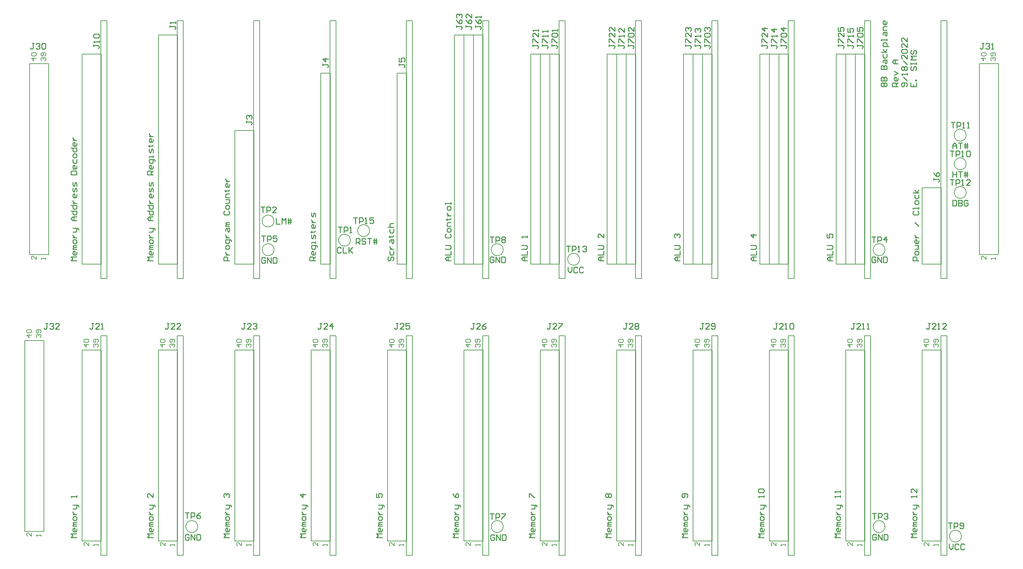
<source format=gto>
G04*
G04 #@! TF.GenerationSoftware,Altium Limited,Altium Designer,21.9.1 (22)*
G04*
G04 Layer_Color=65535*
%FSLAX25Y25*%
%MOIN*%
G70*
G04*
G04 #@! TF.SameCoordinates,5CC48E27-45B7-4BBA-8C32-B76E38F38EB5*
G04*
G04*
G04 #@! TF.FilePolarity,Positive*
G04*
G01*
G75*
%ADD10C,0.00787*%
%ADD11C,0.00500*%
%ADD12C,0.01000*%
%ADD13C,0.00800*%
D10*
X686240Y460000D02*
G03*
X686240Y460000I-6240J0D01*
G01*
X606240Y470000D02*
G03*
X606240Y470000I-6240J0D01*
G01*
X1006240Y180000D02*
G03*
X1006240Y180000I-6240J0D01*
G01*
X1086240Y170000D02*
G03*
X1086240Y170000I-6240J0D01*
G01*
X466240Y490000D02*
G03*
X466240Y490000I-6240J0D01*
G01*
X1091240Y560000D02*
G03*
X1091240Y560000I-6240J0D01*
G01*
Y590000D02*
G03*
X1091240Y590000I-6240J0D01*
G01*
Y530000D02*
G03*
X1091240Y530000I-6240J0D01*
G01*
X446240Y480000D02*
G03*
X446240Y480000I-6240J0D01*
G01*
X366240Y500000D02*
G03*
X366240Y500000I-6240J0D01*
G01*
Y470000D02*
G03*
X366240Y470000I-6240J0D01*
G01*
X286240Y180000D02*
G03*
X286240Y180000I-6240J0D01*
G01*
X606240D02*
G03*
X606240Y180000I-6240J0D01*
G01*
X1006240Y470000D02*
G03*
X1006240Y470000I-6240J0D01*
G01*
X715000Y675000D02*
X725000D01*
Y455000D02*
Y675000D01*
X715000Y455000D02*
X725000D01*
X715000D02*
Y462500D01*
Y675000D01*
X795000D02*
X805000D01*
Y455000D02*
Y675000D01*
X795000Y455000D02*
X805000D01*
X795000D02*
Y462500D01*
Y675000D01*
X875000D02*
X885000D01*
Y455000D02*
Y675000D01*
X875000Y455000D02*
X885000D01*
X875000D02*
Y462500D01*
Y675000D01*
X955000D02*
X965000D01*
Y455000D02*
Y675000D01*
X955000Y455000D02*
X965000D01*
X955000D02*
Y462500D01*
Y675000D01*
X1045000Y535000D02*
X1065000D01*
X1045000Y455000D02*
X1065000D01*
Y535000D01*
X1045000Y455000D02*
Y535000D01*
X635000Y675000D02*
X645000D01*
Y455000D02*
Y675000D01*
X635000Y455000D02*
X645000D01*
X635000D02*
Y462500D01*
Y675000D01*
X555000Y695000D02*
X565000D01*
Y455000D02*
Y695000D01*
X555000Y455000D02*
X565000D01*
X555000D02*
Y462500D01*
Y695000D01*
X105000Y375000D02*
X125000D01*
X105000Y175000D02*
X125000D01*
X105000D02*
Y375000D01*
X125000Y175000D02*
Y375000D01*
X575000Y695000D02*
X585000D01*
Y455000D02*
Y695000D01*
X575000Y455000D02*
X585000D01*
X575000D02*
Y462500D01*
Y695000D01*
X565000D02*
X575000D01*
Y455000D02*
Y695000D01*
X565000Y455000D02*
X575000D01*
X565000D02*
Y462500D01*
Y695000D01*
X325000Y365000D02*
X345000D01*
X325000Y165000D02*
X345000D01*
X325000D02*
Y365000D01*
X345000Y165000D02*
Y365000D01*
X805000D02*
X825000D01*
X805000Y165000D02*
X825000D01*
X805000D02*
Y365000D01*
X825000Y165000D02*
Y365000D01*
X1045000D02*
X1065000D01*
X1045000Y165000D02*
X1065000D01*
X1045000D02*
Y365000D01*
X1065000Y165000D02*
Y365000D01*
X885000Y675000D02*
X895000D01*
Y455000D02*
Y675000D01*
X885000Y455000D02*
X895000D01*
X885000D02*
Y462500D01*
Y675000D01*
X895000D02*
X905000D01*
Y455000D02*
Y675000D01*
X895000Y455000D02*
X905000D01*
X895000D02*
Y462500D01*
Y675000D01*
X1105000Y665000D02*
X1125000D01*
X1105000Y465000D02*
X1125000D01*
X1105000D02*
Y665000D01*
X1125000Y465000D02*
Y665000D01*
X885000Y365000D02*
X905000D01*
X885000Y165000D02*
X905000D01*
X885000D02*
Y365000D01*
X905000Y165000D02*
Y365000D01*
X110000Y665000D02*
X130000D01*
X110000Y465000D02*
X130000D01*
X110000D02*
Y665000D01*
X130000Y465000D02*
Y665000D01*
X245000Y695000D02*
X265000D01*
X245000Y455000D02*
X265000D01*
X245000D02*
Y695000D01*
X265000Y455000D02*
Y695000D01*
X815000Y462500D02*
Y675000D01*
Y455000D02*
Y462500D01*
Y455000D02*
X825000D01*
Y675000D01*
X815000D02*
X825000D01*
X805000Y462500D02*
Y675000D01*
Y455000D02*
Y462500D01*
Y455000D02*
X815000D01*
Y675000D01*
X805000D02*
X815000D01*
X645000Y462500D02*
Y675000D01*
Y455000D02*
Y462500D01*
Y455000D02*
X655000D01*
Y675000D01*
X645000D02*
X655000D01*
Y462500D02*
Y675000D01*
Y455000D02*
Y462500D01*
Y455000D02*
X665000D01*
Y675000D01*
X655000D02*
X665000D01*
X965000Y462500D02*
Y675000D01*
Y455000D02*
Y462500D01*
Y455000D02*
X975000D01*
Y675000D01*
X965000D02*
X975000D01*
X735000Y462500D02*
Y675000D01*
Y455000D02*
Y462500D01*
Y455000D02*
X745000D01*
Y675000D01*
X735000D02*
X745000D01*
X975000Y462500D02*
Y675000D01*
Y455000D02*
Y462500D01*
Y455000D02*
X985000D01*
Y675000D01*
X975000D02*
X985000D01*
X725000Y462500D02*
Y675000D01*
Y455000D02*
Y462500D01*
Y455000D02*
X735000D01*
Y675000D01*
X725000D02*
X735000D01*
X165000D02*
X185000D01*
X165000Y455000D02*
X185000D01*
X165000D02*
Y675000D01*
X185000Y455000D02*
Y675000D01*
X325000Y595000D02*
X345000D01*
X325000Y455000D02*
X345000D01*
Y595000D01*
X325000Y455000D02*
Y595000D01*
X415000Y462500D02*
Y655000D01*
Y455000D02*
Y462500D01*
Y455000D02*
X425000D01*
Y655000D01*
X415000D02*
X425000D01*
X495000Y462500D02*
Y655000D01*
Y455000D02*
Y462500D01*
Y455000D02*
X505000D01*
Y655000D01*
X495000D02*
X505000D01*
X185000Y165000D02*
Y365000D01*
X165000Y165000D02*
Y365000D01*
Y165000D02*
X185000D01*
X165000Y365000D02*
X185000D01*
X265000Y165000D02*
Y365000D01*
X245000Y165000D02*
Y365000D01*
Y165000D02*
X265000D01*
X245000Y365000D02*
X265000D01*
X425000Y165000D02*
Y365000D01*
X405000Y165000D02*
Y365000D01*
Y165000D02*
X425000D01*
X405000Y365000D02*
X425000D01*
X505000Y165000D02*
Y365000D01*
X485000Y165000D02*
Y365000D01*
Y165000D02*
X505000D01*
X485000Y365000D02*
X505000D01*
X585000Y165000D02*
Y365000D01*
X565000Y165000D02*
Y365000D01*
Y165000D02*
X585000D01*
X565000Y365000D02*
X585000D01*
X665000Y165000D02*
Y365000D01*
X645000Y165000D02*
Y365000D01*
Y165000D02*
X665000D01*
X645000Y365000D02*
X665000D01*
X745000Y165000D02*
Y365000D01*
X725000Y165000D02*
Y365000D01*
Y165000D02*
X745000D01*
X725000Y365000D02*
X745000D01*
X985000Y165000D02*
Y365000D01*
X965000Y165000D02*
Y365000D01*
Y165000D02*
X985000D01*
X965000Y365000D02*
X985000D01*
D11*
X271024Y150000D02*
X271024Y380000D01*
X264724Y150000D02*
X264724Y380000D01*
X271024D01*
X191024Y440000D02*
X191024Y710000D01*
X184724Y440000D02*
X184724Y710000D01*
X184724Y440000D02*
X191024D01*
X184724Y710000D02*
X191024D01*
X584724Y440000D02*
X584724Y710000D01*
X591024D01*
X584724Y440000D02*
X591024D01*
X591024Y710000D01*
X344724Y150000D02*
X351024D01*
X344724D02*
X344724Y380000D01*
X351024Y150000D02*
X351024Y380000D01*
X344724D02*
X351024D01*
X831024Y150000D02*
X831024Y380000D01*
X824724Y150000D02*
X824724Y380000D01*
X824724Y150000D02*
X831024D01*
X824724Y380000D02*
X831024D01*
X1064724D02*
X1071024D01*
X1064724Y150000D02*
X1071024D01*
X1064724D02*
X1064724Y380000D01*
X1071024Y150000D02*
X1071024Y380000D01*
X904724Y440000D02*
X904724Y710000D01*
X911024Y440000D02*
X911024Y710000D01*
X904724D02*
X911024D01*
X904724Y440000D02*
X911024D01*
X1064724D02*
X1071024D01*
X1064724Y710000D02*
X1071024D01*
X1064724Y440000D02*
X1064724Y710000D01*
X1071024Y440000D02*
X1071024Y710000D01*
X191024Y150000D02*
X191024Y380000D01*
X184724Y150000D02*
X184724Y380000D01*
X184724Y150000D02*
X191024D01*
X184724Y380000D02*
X191024D01*
X431024Y150000D02*
X431024Y380000D01*
X424724Y150000D02*
X424724Y380000D01*
X424724Y150000D02*
X431024D01*
X424724Y380000D02*
X431024D01*
X511024Y150000D02*
X511024Y380000D01*
X504724Y150000D02*
X504724Y380000D01*
X504724Y150000D02*
X511024D01*
X504724Y380000D02*
X511024D01*
X591024Y150000D02*
X591024Y380000D01*
X584724Y150000D02*
X584724Y380000D01*
X584724Y150000D02*
X591024D01*
X584724Y380000D02*
X591024D01*
X671024Y150000D02*
X671024Y380000D01*
X664724Y150000D02*
X664724Y380000D01*
X664724Y150000D02*
X671024D01*
X664724Y380000D02*
X671024D01*
X751024Y150000D02*
X751024Y380000D01*
X744724Y150000D02*
X744724Y380000D01*
X744724Y150000D02*
X751024D01*
X744724Y380000D02*
X751024D01*
X911024Y150000D02*
X911024Y380000D01*
X904724Y150000D02*
X904724Y380000D01*
X904724Y150000D02*
X911024D01*
X904724Y380000D02*
X911024D01*
X984724D02*
X991024D01*
X984724Y150000D02*
X991024D01*
X984724D02*
X984724Y380000D01*
X991024Y150000D02*
X991024Y380000D01*
X351024Y440000D02*
X351024Y710000D01*
X344724Y440000D02*
X344724Y710000D01*
X264724Y150000D02*
X271024D01*
X984724Y710000D02*
X991024D01*
X984724Y440000D02*
X991024D01*
X744724Y710000D02*
X751024D01*
X744724Y440000D02*
X751024D01*
X664724Y710000D02*
X671024D01*
X664724Y440000D02*
X671024D01*
X824724Y710000D02*
X831024D01*
X824724Y440000D02*
X831024D01*
X504724Y710000D02*
X511024D01*
X504724Y440000D02*
X511024D01*
X424724Y710000D02*
X431024D01*
X424724Y440000D02*
X431024D01*
X344724Y710000D02*
X351024D01*
X344724Y440000D02*
X351024D01*
X264724Y710000D02*
X271024D01*
X264724Y440000D02*
X271024D01*
X271024Y710000D01*
X264724Y440000D02*
X264724Y710000D01*
X431024Y440000D02*
X431024Y710000D01*
X424724Y440000D02*
X424724Y710000D01*
X511024Y440000D02*
X511024Y710000D01*
X504724Y440000D02*
X504724Y710000D01*
X831024Y440000D02*
X831024Y710000D01*
X824724Y440000D02*
X824724Y710000D01*
X991024Y440000D02*
X991024Y710000D01*
X984724Y440000D02*
X984724Y710000D01*
X671024Y440000D02*
X671024Y710000D01*
X664724Y440000D02*
X664724Y710000D01*
X744724Y440000D02*
X744724Y710000D01*
X751024Y440000D02*
X751024Y710000D01*
D12*
X879501Y168500D02*
X873503D01*
X875502Y170499D01*
X873503Y172499D01*
X879501D01*
Y177497D02*
Y175498D01*
X878501Y174498D01*
X876502D01*
X875502Y175498D01*
Y177497D01*
X876502Y178497D01*
X877501D01*
Y174498D01*
X879501Y180496D02*
X875502D01*
Y181496D01*
X876502Y182495D01*
X879501D01*
X876502D01*
X875502Y183495D01*
X876502Y184495D01*
X879501D01*
Y187494D02*
Y189493D01*
X878501Y190493D01*
X876502D01*
X875502Y189493D01*
Y187494D01*
X876502Y186494D01*
X878501D01*
X879501Y187494D01*
X875502Y192492D02*
X879501D01*
X877501D01*
X876502Y193492D01*
X875502Y194492D01*
Y195491D01*
Y198490D02*
X878501D01*
X879501Y199490D01*
Y202489D01*
X880500D01*
X881500Y201489D01*
Y200490D01*
X879501Y202489D02*
X875502D01*
X879501Y210486D02*
Y212486D01*
Y211486D01*
X873503D01*
X874502Y210486D01*
Y215485D02*
X873503Y216484D01*
Y218484D01*
X874502Y219483D01*
X878501D01*
X879501Y218484D01*
Y216484D01*
X878501Y215485D01*
X874502D01*
X319501Y168500D02*
X313503D01*
X315502Y170499D01*
X313503Y172499D01*
X319501D01*
Y177497D02*
Y175498D01*
X318501Y174498D01*
X316502D01*
X315502Y175498D01*
Y177497D01*
X316502Y178497D01*
X317501D01*
Y174498D01*
X319501Y180496D02*
X315502D01*
Y181496D01*
X316502Y182495D01*
X319501D01*
X316502D01*
X315502Y183495D01*
X316502Y184495D01*
X319501D01*
Y187494D02*
Y189493D01*
X318501Y190493D01*
X316502D01*
X315502Y189493D01*
Y187494D01*
X316502Y186494D01*
X318501D01*
X319501Y187494D01*
X315502Y192492D02*
X319501D01*
X317501D01*
X316502Y193492D01*
X315502Y194492D01*
Y195491D01*
Y198490D02*
X318501D01*
X319501Y199490D01*
Y202489D01*
X320500D01*
X321500Y201489D01*
Y200490D01*
X319501Y202489D02*
X315502D01*
X314502Y210486D02*
X313503Y211486D01*
Y213485D01*
X314502Y214485D01*
X315502D01*
X316502Y213485D01*
Y212486D01*
Y213485D01*
X317501Y214485D01*
X318501D01*
X319501Y213485D01*
Y211486D01*
X318501Y210486D01*
X791500Y458500D02*
X787501D01*
X785502Y460499D01*
X787501Y462499D01*
X791500D01*
X788501D01*
Y458500D01*
X785502Y464498D02*
X791500D01*
Y468497D01*
X785502Y470496D02*
X790500D01*
X791500Y471496D01*
Y473495D01*
X790500Y474495D01*
X785502D01*
X786502Y482492D02*
X785502Y483492D01*
Y485491D01*
X786502Y486491D01*
X787501D01*
X788501Y485491D01*
Y484492D01*
Y485491D01*
X789501Y486491D01*
X790500D01*
X791500Y485491D01*
Y483492D01*
X790500Y482492D01*
X639501Y168500D02*
X633503D01*
X635502Y170499D01*
X633503Y172499D01*
X639501D01*
Y177497D02*
Y175498D01*
X638501Y174498D01*
X636502D01*
X635502Y175498D01*
Y177497D01*
X636502Y178497D01*
X637501D01*
Y174498D01*
X639501Y180496D02*
X635502D01*
Y181496D01*
X636502Y182495D01*
X639501D01*
X636502D01*
X635502Y183495D01*
X636502Y184495D01*
X639501D01*
Y187494D02*
Y189493D01*
X638501Y190493D01*
X636502D01*
X635502Y189493D01*
Y187494D01*
X636502Y186494D01*
X638501D01*
X639501Y187494D01*
X635502Y192492D02*
X639501D01*
X637501D01*
X636502Y193492D01*
X635502Y194492D01*
Y195491D01*
Y198490D02*
X638501D01*
X639501Y199490D01*
Y202489D01*
X640500D01*
X641500Y201489D01*
Y200490D01*
X639501Y202489D02*
X635502D01*
X633503Y210486D02*
Y214485D01*
X634502D01*
X638501Y210486D01*
X639501D01*
X959501Y168500D02*
X953503D01*
X955502Y170499D01*
X953503Y172499D01*
X959501D01*
Y177497D02*
Y175498D01*
X958501Y174498D01*
X956502D01*
X955502Y175498D01*
Y177497D01*
X956502Y178497D01*
X957501D01*
Y174498D01*
X959501Y180496D02*
X955502D01*
Y181496D01*
X956502Y182495D01*
X959501D01*
X956502D01*
X955502Y183495D01*
X956502Y184495D01*
X959501D01*
Y187494D02*
Y189493D01*
X958501Y190493D01*
X956502D01*
X955502Y189493D01*
Y187494D01*
X956502Y186494D01*
X958501D01*
X959501Y187494D01*
X955502Y192492D02*
X959501D01*
X957501D01*
X956502Y193492D01*
X955502Y194492D01*
Y195491D01*
Y198490D02*
X958501D01*
X959501Y199490D01*
Y202489D01*
X960500D01*
X961500Y201489D01*
Y200490D01*
X959501Y202489D02*
X955502D01*
X959501Y210486D02*
Y212486D01*
Y211486D01*
X953503D01*
X954502Y210486D01*
X959501Y215485D02*
Y217484D01*
Y216484D01*
X953503D01*
X954502Y215485D01*
X1039501Y168500D02*
X1033503D01*
X1035502Y170499D01*
X1033503Y172499D01*
X1039501D01*
Y177497D02*
Y175498D01*
X1038501Y174498D01*
X1036502D01*
X1035502Y175498D01*
Y177497D01*
X1036502Y178497D01*
X1037501D01*
Y174498D01*
X1039501Y180496D02*
X1035502D01*
Y181496D01*
X1036502Y182495D01*
X1039501D01*
X1036502D01*
X1035502Y183495D01*
X1036502Y184495D01*
X1039501D01*
Y187494D02*
Y189493D01*
X1038501Y190493D01*
X1036502D01*
X1035502Y189493D01*
Y187494D01*
X1036502Y186494D01*
X1038501D01*
X1039501Y187494D01*
X1035502Y192492D02*
X1039501D01*
X1037501D01*
X1036502Y193492D01*
X1035502Y194492D01*
Y195491D01*
Y198490D02*
X1038501D01*
X1039501Y199490D01*
Y202489D01*
X1040500D01*
X1041500Y201489D01*
Y200490D01*
X1039501Y202489D02*
X1035502D01*
X1039501Y210486D02*
Y212486D01*
Y211486D01*
X1033503D01*
X1034502Y210486D01*
X1039501Y219483D02*
Y215485D01*
X1035502Y219483D01*
X1034502D01*
X1033503Y218484D01*
Y216484D01*
X1034502Y215485D01*
X479501Y168500D02*
X473503D01*
X475502Y170499D01*
X473503Y172499D01*
X479501D01*
Y177497D02*
Y175498D01*
X478501Y174498D01*
X476502D01*
X475502Y175498D01*
Y177497D01*
X476502Y178497D01*
X477501D01*
Y174498D01*
X479501Y180496D02*
X475502D01*
Y181496D01*
X476502Y182495D01*
X479501D01*
X476502D01*
X475502Y183495D01*
X476502Y184495D01*
X479501D01*
Y187494D02*
Y189493D01*
X478501Y190493D01*
X476502D01*
X475502Y189493D01*
Y187494D01*
X476502Y186494D01*
X478501D01*
X479501Y187494D01*
X475502Y192492D02*
X479501D01*
X477501D01*
X476502Y193492D01*
X475502Y194492D01*
Y195491D01*
Y198490D02*
X478501D01*
X479501Y199490D01*
Y202489D01*
X480500D01*
X481500Y201489D01*
Y200490D01*
X479501Y202489D02*
X475502D01*
X473503Y214485D02*
Y210486D01*
X476502D01*
X475502Y212486D01*
Y213485D01*
X476502Y214485D01*
X478501D01*
X479501Y213485D01*
Y211486D01*
X478501Y210486D01*
X711500Y458500D02*
X707501D01*
X705502Y460499D01*
X707501Y462499D01*
X711500D01*
X708501D01*
Y458500D01*
X705502Y464498D02*
X711500D01*
Y468497D01*
X705502Y470496D02*
X710500D01*
X711500Y471496D01*
Y473495D01*
X710500Y474495D01*
X705502D01*
X711500Y486491D02*
Y482492D01*
X707501Y486491D01*
X706502D01*
X705502Y485491D01*
Y483492D01*
X706502Y482492D01*
X631500Y458500D02*
X627501D01*
X625502Y460499D01*
X627501Y462499D01*
X631500D01*
X628501D01*
Y458500D01*
X625502Y464498D02*
X631500D01*
Y468497D01*
X625502Y470496D02*
X630500D01*
X631500Y471496D01*
Y473495D01*
X630500Y474495D01*
X625502D01*
X631500Y482492D02*
Y484492D01*
Y483492D01*
X625502D01*
X626502Y482492D01*
X399501Y168500D02*
X393503D01*
X395502Y170499D01*
X393503Y172499D01*
X399501D01*
Y177497D02*
Y175498D01*
X398501Y174498D01*
X396502D01*
X395502Y175498D01*
Y177497D01*
X396502Y178497D01*
X397501D01*
Y174498D01*
X399501Y180496D02*
X395502D01*
Y181496D01*
X396502Y182495D01*
X399501D01*
X396502D01*
X395502Y183495D01*
X396502Y184495D01*
X399501D01*
Y187494D02*
Y189493D01*
X398501Y190493D01*
X396502D01*
X395502Y189493D01*
Y187494D01*
X396502Y186494D01*
X398501D01*
X399501Y187494D01*
X395502Y192492D02*
X399501D01*
X397501D01*
X396502Y193492D01*
X395502Y194492D01*
Y195491D01*
Y198490D02*
X398501D01*
X399501Y199490D01*
Y202489D01*
X400500D01*
X401500Y201489D01*
Y200490D01*
X399501Y202489D02*
X395502D01*
X399501Y213485D02*
X393503D01*
X396502Y210486D01*
Y214485D01*
X559501Y168500D02*
X553503D01*
X555502Y170499D01*
X553503Y172499D01*
X559501D01*
Y177497D02*
Y175498D01*
X558501Y174498D01*
X556502D01*
X555502Y175498D01*
Y177497D01*
X556502Y178497D01*
X557501D01*
Y174498D01*
X559501Y180496D02*
X555502D01*
Y181496D01*
X556502Y182495D01*
X559501D01*
X556502D01*
X555502Y183495D01*
X556502Y184495D01*
X559501D01*
Y187494D02*
Y189493D01*
X558501Y190493D01*
X556502D01*
X555502Y189493D01*
Y187494D01*
X556502Y186494D01*
X558501D01*
X559501Y187494D01*
X555502Y192492D02*
X559501D01*
X557501D01*
X556502Y193492D01*
X555502Y194492D01*
Y195491D01*
Y198490D02*
X558501D01*
X559501Y199490D01*
Y202489D01*
X560500D01*
X561500Y201489D01*
Y200490D01*
X559501Y202489D02*
X555502D01*
X553503Y214485D02*
X554502Y212486D01*
X556502Y210486D01*
X558501D01*
X559501Y211486D01*
Y213485D01*
X558501Y214485D01*
X557501D01*
X556502Y213485D01*
Y210486D01*
X239501Y168500D02*
X233503D01*
X235502Y170499D01*
X233503Y172499D01*
X239501D01*
Y177497D02*
Y175498D01*
X238501Y174498D01*
X236502D01*
X235502Y175498D01*
Y177497D01*
X236502Y178497D01*
X237501D01*
Y174498D01*
X239501Y180496D02*
X235502D01*
Y181496D01*
X236502Y182495D01*
X239501D01*
X236502D01*
X235502Y183495D01*
X236502Y184495D01*
X239501D01*
Y187494D02*
Y189493D01*
X238501Y190493D01*
X236502D01*
X235502Y189493D01*
Y187494D01*
X236502Y186494D01*
X238501D01*
X239501Y187494D01*
X235502Y192492D02*
X239501D01*
X237501D01*
X236502Y193492D01*
X235502Y194492D01*
Y195491D01*
Y198490D02*
X238501D01*
X239501Y199490D01*
Y202489D01*
X240500D01*
X241500Y201489D01*
Y200490D01*
X239501Y202489D02*
X235502D01*
X239501Y214485D02*
Y210486D01*
X235502Y214485D01*
X234502D01*
X233503Y213485D01*
Y211486D01*
X234502Y210486D01*
X799501Y168500D02*
X793503D01*
X795502Y170499D01*
X793503Y172499D01*
X799501D01*
Y177497D02*
Y175498D01*
X798501Y174498D01*
X796502D01*
X795502Y175498D01*
Y177497D01*
X796502Y178497D01*
X797501D01*
Y174498D01*
X799501Y180496D02*
X795502D01*
Y181496D01*
X796502Y182495D01*
X799501D01*
X796502D01*
X795502Y183495D01*
X796502Y184495D01*
X799501D01*
Y187494D02*
Y189493D01*
X798501Y190493D01*
X796502D01*
X795502Y189493D01*
Y187494D01*
X796502Y186494D01*
X798501D01*
X799501Y187494D01*
X795502Y192492D02*
X799501D01*
X797501D01*
X796502Y193492D01*
X795502Y194492D01*
Y195491D01*
Y198490D02*
X798501D01*
X799501Y199490D01*
Y202489D01*
X800500D01*
X801500Y201489D01*
Y200490D01*
X799501Y202489D02*
X795502D01*
X798501Y210486D02*
X799501Y211486D01*
Y213485D01*
X798501Y214485D01*
X794502D01*
X793503Y213485D01*
Y211486D01*
X794502Y210486D01*
X795502D01*
X796502Y211486D01*
Y214485D01*
X951500Y458500D02*
X947501D01*
X945502Y460499D01*
X947501Y462499D01*
X951500D01*
X948501D01*
Y458500D01*
X945502Y464498D02*
X951500D01*
Y468497D01*
X945502Y470496D02*
X950500D01*
X951500Y471496D01*
Y473495D01*
X950500Y474495D01*
X945502D01*
Y486491D02*
Y482492D01*
X948501D01*
X947501Y484492D01*
Y485491D01*
X948501Y486491D01*
X950500D01*
X951500Y485491D01*
Y483492D01*
X950500Y482492D01*
X871500Y458500D02*
X867501D01*
X865502Y460499D01*
X867501Y462499D01*
X871500D01*
X868501D01*
Y458500D01*
X865502Y464498D02*
X871500D01*
Y468497D01*
X865502Y470496D02*
X870500D01*
X871500Y471496D01*
Y473495D01*
X870500Y474495D01*
X865502D01*
X871500Y485491D02*
X865502D01*
X868501Y482492D01*
Y486491D01*
X1003209Y641000D02*
X1002209Y642000D01*
Y643999D01*
X1003209Y644999D01*
X1004209D01*
X1005208Y643999D01*
X1006208Y644999D01*
X1007208D01*
X1008208Y643999D01*
Y642000D01*
X1007208Y641000D01*
X1006208D01*
X1005208Y642000D01*
X1004209Y641000D01*
X1003209D01*
X1005208Y642000D02*
Y643999D01*
X1002209Y646998D02*
X1008208D01*
Y649997D01*
X1007208Y650997D01*
X1006208D01*
X1005208Y649997D01*
Y646998D01*
Y649997D01*
X1004209Y650997D01*
X1003209D01*
X1002209Y649997D01*
Y646998D01*
Y658994D02*
X1008208D01*
Y661993D01*
X1007208Y662993D01*
X1006208D01*
X1005208Y661993D01*
Y658994D01*
Y661993D01*
X1004209Y662993D01*
X1003209D01*
X1002209Y661993D01*
Y658994D01*
X1004209Y665992D02*
Y667991D01*
X1005208Y668991D01*
X1008208D01*
Y665992D01*
X1007208Y664992D01*
X1006208Y665992D01*
Y668991D01*
X1004209Y674989D02*
Y671990D01*
X1005208Y670990D01*
X1007208D01*
X1008208Y671990D01*
Y674989D01*
Y676989D02*
X1002209D01*
X1006208D02*
X1004209Y679987D01*
X1006208Y676989D02*
X1008208Y679987D01*
X1010207Y682986D02*
X1004209D01*
Y685986D01*
X1005208Y686985D01*
X1007208D01*
X1008208Y685986D01*
Y682986D01*
Y688985D02*
Y690984D01*
Y689984D01*
X1002209D01*
Y688985D01*
X1004209Y694983D02*
Y696982D01*
X1005208Y697982D01*
X1008208D01*
Y694983D01*
X1007208Y693983D01*
X1006208Y694983D01*
Y697982D01*
X1008208Y699981D02*
X1004209D01*
Y702980D01*
X1005208Y703980D01*
X1008208D01*
Y708978D02*
Y706979D01*
X1007208Y705979D01*
X1005208D01*
X1004209Y706979D01*
Y708978D01*
X1005208Y709978D01*
X1006208D01*
Y705979D01*
X1019805Y641000D02*
X1013807D01*
Y643999D01*
X1014806Y644999D01*
X1016806D01*
X1017805Y643999D01*
Y641000D01*
Y642999D02*
X1019805Y644999D01*
Y649997D02*
Y647998D01*
X1018805Y646998D01*
X1016806D01*
X1015806Y647998D01*
Y649997D01*
X1016806Y650997D01*
X1017805D01*
Y646998D01*
X1015806Y652996D02*
X1019805Y654996D01*
X1015806Y656995D01*
X1019805Y664992D02*
X1015806D01*
X1013807Y666992D01*
X1015806Y668991D01*
X1019805D01*
X1016806D01*
Y664992D01*
X1028403Y641000D02*
X1029402Y642000D01*
Y643999D01*
X1028403Y644999D01*
X1024404D01*
X1023404Y643999D01*
Y642000D01*
X1024404Y641000D01*
X1025403D01*
X1026403Y642000D01*
Y644999D01*
X1029402Y646998D02*
X1025403Y650997D01*
X1029402Y652996D02*
Y654996D01*
Y653996D01*
X1023404D01*
X1024404Y652996D01*
Y657995D02*
X1023404Y658994D01*
Y660994D01*
X1024404Y661993D01*
X1025403D01*
X1026403Y660994D01*
X1027403Y661993D01*
X1028403D01*
X1029402Y660994D01*
Y658994D01*
X1028403Y657995D01*
X1027403D01*
X1026403Y658994D01*
X1025403Y657995D01*
X1024404D01*
X1026403Y658994D02*
Y660994D01*
X1029402Y663993D02*
X1025403Y667991D01*
X1029402Y673989D02*
Y669991D01*
X1025403Y673989D01*
X1024404D01*
X1023404Y672990D01*
Y670990D01*
X1024404Y669991D01*
Y675989D02*
X1023404Y676989D01*
Y678988D01*
X1024404Y679987D01*
X1028403D01*
X1029402Y678988D01*
Y676989D01*
X1028403Y675989D01*
X1024404D01*
X1029402Y685986D02*
Y681987D01*
X1025403Y685986D01*
X1024404D01*
X1023404Y684986D01*
Y682986D01*
X1024404Y681987D01*
X1029402Y691984D02*
Y687985D01*
X1025403Y691984D01*
X1024404D01*
X1023404Y690984D01*
Y688985D01*
X1024404Y687985D01*
X1033002Y644999D02*
Y641000D01*
X1039000D01*
Y644999D01*
X1036001Y641000D02*
Y642999D01*
X1039000Y646998D02*
X1038000D01*
Y647998D01*
X1039000D01*
Y646998D01*
X1034002Y661993D02*
X1033002Y660994D01*
Y658994D01*
X1034002Y657995D01*
X1035001D01*
X1036001Y658994D01*
Y660994D01*
X1037001Y661993D01*
X1038000D01*
X1039000Y660994D01*
Y658994D01*
X1038000Y657995D01*
X1033002Y663993D02*
Y665992D01*
Y664992D01*
X1039000D01*
Y663993D01*
Y665992D01*
Y668991D02*
X1033002D01*
X1035001Y670990D01*
X1033002Y672990D01*
X1039000D01*
X1034002Y678988D02*
X1033002Y677988D01*
Y675989D01*
X1034002Y674989D01*
X1035001D01*
X1036001Y675989D01*
Y677988D01*
X1037001Y678988D01*
X1038000D01*
X1039000Y677988D01*
Y675989D01*
X1038000Y674989D01*
X719501Y168500D02*
X713503D01*
X715502Y170499D01*
X713503Y172499D01*
X719501D01*
Y177497D02*
Y175498D01*
X718501Y174498D01*
X716502D01*
X715502Y175498D01*
Y177497D01*
X716502Y178497D01*
X717501D01*
Y174498D01*
X719501Y180496D02*
X715502D01*
Y181496D01*
X716502Y182495D01*
X719501D01*
X716502D01*
X715502Y183495D01*
X716502Y184495D01*
X719501D01*
Y187494D02*
Y189493D01*
X718501Y190493D01*
X716502D01*
X715502Y189493D01*
Y187494D01*
X716502Y186494D01*
X718501D01*
X719501Y187494D01*
X715502Y192492D02*
X719501D01*
X717501D01*
X716502Y193492D01*
X715502Y194492D01*
Y195491D01*
Y198490D02*
X718501D01*
X719501Y199490D01*
Y202489D01*
X720500D01*
X721500Y201489D01*
Y200490D01*
X719501Y202489D02*
X715502D01*
X714502Y210486D02*
X713503Y211486D01*
Y213485D01*
X714502Y214485D01*
X715502D01*
X716502Y213485D01*
X717501Y214485D01*
X718501D01*
X719501Y213485D01*
Y211486D01*
X718501Y210486D01*
X717501D01*
X716502Y211486D01*
X715502Y210486D01*
X714502D01*
X716502Y211486D02*
Y213485D01*
X159501Y168500D02*
X153503D01*
X155502Y170499D01*
X153503Y172499D01*
X159501D01*
Y177497D02*
Y175498D01*
X158501Y174498D01*
X156502D01*
X155502Y175498D01*
Y177497D01*
X156502Y178497D01*
X157501D01*
Y174498D01*
X159501Y180496D02*
X155502D01*
Y181496D01*
X156502Y182495D01*
X159501D01*
X156502D01*
X155502Y183495D01*
X156502Y184495D01*
X159501D01*
Y187494D02*
Y189493D01*
X158501Y190493D01*
X156502D01*
X155502Y189493D01*
Y187494D01*
X156502Y186494D01*
X158501D01*
X159501Y187494D01*
X155502Y192492D02*
X159501D01*
X157501D01*
X156502Y193492D01*
X155502Y194492D01*
Y195491D01*
Y198490D02*
X158501D01*
X159501Y199490D01*
Y202489D01*
X160500D01*
X161500Y201489D01*
Y200490D01*
X159501Y202489D02*
X155502D01*
X159501Y210486D02*
Y212486D01*
Y211486D01*
X153503D01*
X154502Y210486D01*
X672503Y473999D02*
X676502D01*
X674503D01*
Y468001D01*
X678502D02*
Y473999D01*
X681500D01*
X682500Y472999D01*
Y471000D01*
X681500Y470000D01*
X678502D01*
X684500Y468001D02*
X686499D01*
X685499D01*
Y473999D01*
X684500Y472999D01*
X689498D02*
X690498Y473999D01*
X692497D01*
X693497Y472999D01*
Y472000D01*
X692497Y471000D01*
X691497D01*
X692497D01*
X693497Y470000D01*
Y469001D01*
X692497Y468001D01*
X690498D01*
X689498Y469001D01*
X674003Y451999D02*
Y448000D01*
X676002Y446001D01*
X678001Y448000D01*
Y451999D01*
X683999Y450999D02*
X683000Y451999D01*
X681000D01*
X680001Y450999D01*
Y447001D01*
X681000Y446001D01*
X683000D01*
X683999Y447001D01*
X689997Y450999D02*
X688998Y451999D01*
X686998D01*
X685999Y450999D01*
Y447001D01*
X686998Y446001D01*
X688998D01*
X689997Y447001D01*
X1057001Y544999D02*
Y542999D01*
Y543999D01*
X1061999D01*
X1062999Y542999D01*
Y542000D01*
X1061999Y541000D01*
X1057001Y550997D02*
X1058001Y548997D01*
X1060000Y546998D01*
X1061999D01*
X1062999Y547998D01*
Y549997D01*
X1061999Y550997D01*
X1061000D01*
X1060000Y549997D01*
Y546998D01*
X1041500Y458500D02*
X1035502D01*
Y461499D01*
X1036502Y462499D01*
X1038501D01*
X1039501Y461499D01*
Y458500D01*
X1041500Y465498D02*
Y467497D01*
X1040500Y468497D01*
X1038501D01*
X1037501Y467497D01*
Y465498D01*
X1038501Y464498D01*
X1040500D01*
X1041500Y465498D01*
X1037501Y470496D02*
X1040500D01*
X1041500Y471496D01*
X1040500Y472496D01*
X1041500Y473495D01*
X1040500Y474495D01*
X1037501D01*
X1041500Y479493D02*
Y477494D01*
X1040500Y476494D01*
X1038501D01*
X1037501Y477494D01*
Y479493D01*
X1038501Y480493D01*
X1039501D01*
Y476494D01*
X1037501Y482492D02*
X1041500D01*
X1039501D01*
X1038501Y483492D01*
X1037501Y484492D01*
Y485491D01*
X1041500Y494488D02*
X1037501Y498487D01*
X1036502Y510483D02*
X1035502Y509483D01*
Y507484D01*
X1036502Y506485D01*
X1040500D01*
X1041500Y507484D01*
Y509483D01*
X1040500Y510483D01*
X1041500Y512483D02*
Y514482D01*
Y513482D01*
X1035502D01*
Y512483D01*
X1041500Y518481D02*
Y520480D01*
X1040500Y521480D01*
X1038501D01*
X1037501Y520480D01*
Y518481D01*
X1038501Y517481D01*
X1040500D01*
X1041500Y518481D01*
X1037501Y527478D02*
Y524479D01*
X1038501Y523479D01*
X1040500D01*
X1041500Y524479D01*
Y527478D01*
Y529477D02*
X1035502D01*
X1039501D02*
X1037501Y532476D01*
X1039501Y529477D02*
X1041500Y532476D01*
X993003Y193999D02*
X997001D01*
X995002D01*
Y188001D01*
X999001D02*
Y193999D01*
X1002000D01*
X1002999Y192999D01*
Y191000D01*
X1002000Y190000D01*
X999001D01*
X1004999Y192999D02*
X1005998Y193999D01*
X1007998D01*
X1008997Y192999D01*
Y192000D01*
X1007998Y191000D01*
X1006998D01*
X1007998D01*
X1008997Y190000D01*
Y189001D01*
X1007998Y188001D01*
X1005998D01*
X1004999Y189001D01*
X997001Y170999D02*
X996002Y171999D01*
X994002D01*
X993003Y170999D01*
Y167001D01*
X994002Y166001D01*
X996002D01*
X997001Y167001D01*
Y169000D01*
X995002D01*
X999001Y166001D02*
Y171999D01*
X1002999Y166001D01*
Y171999D01*
X1004999D02*
Y166001D01*
X1007998D01*
X1008997Y167001D01*
Y170999D01*
X1007998Y171999D01*
X1004999D01*
X1074503Y543499D02*
X1078502D01*
X1076503D01*
Y537501D01*
X1080501D02*
Y543499D01*
X1083500D01*
X1084500Y542499D01*
Y540500D01*
X1083500Y539500D01*
X1080501D01*
X1086500Y537501D02*
X1088499D01*
X1087499D01*
Y543499D01*
X1086500Y542499D01*
X1095497Y537501D02*
X1091498D01*
X1095497Y541500D01*
Y542499D01*
X1094497Y543499D01*
X1092498D01*
X1091498Y542499D01*
X1077003Y521999D02*
Y516001D01*
X1080002D01*
X1081001Y517001D01*
Y520999D01*
X1080002Y521999D01*
X1077003D01*
X1083001D02*
Y516001D01*
X1086000D01*
X1086999Y517001D01*
Y518000D01*
X1086000Y519000D01*
X1083001D01*
X1086000D01*
X1086999Y520000D01*
Y520999D01*
X1086000Y521999D01*
X1083001D01*
X1092997Y520999D02*
X1091998Y521999D01*
X1089998D01*
X1088999Y520999D01*
Y517001D01*
X1089998Y516001D01*
X1091998D01*
X1092997Y517001D01*
Y519000D01*
X1090998D01*
X1075503Y603499D02*
X1079502D01*
X1077502D01*
Y597501D01*
X1081501D02*
Y603499D01*
X1084500D01*
X1085500Y602499D01*
Y600500D01*
X1084500Y599500D01*
X1081501D01*
X1087499Y597501D02*
X1089499D01*
X1088499D01*
Y603499D01*
X1087499Y602499D01*
X1092498Y597501D02*
X1094497D01*
X1093497D01*
Y603499D01*
X1092498Y602499D01*
X1077003Y576001D02*
Y580000D01*
X1079002Y581999D01*
X1081001Y580000D01*
Y576001D01*
Y579000D01*
X1077003D01*
X1083001Y581999D02*
X1086999D01*
X1085000D01*
Y576001D01*
X1089998D02*
Y581999D01*
X1091998D02*
Y576001D01*
X1088999Y580000D02*
X1091998D01*
X1092997D01*
X1088999Y578000D02*
X1092997D01*
X1074503Y573499D02*
X1078502D01*
X1076503D01*
Y567501D01*
X1080501D02*
Y573499D01*
X1083500D01*
X1084500Y572499D01*
Y570500D01*
X1083500Y569500D01*
X1080501D01*
X1086500Y567501D02*
X1088499D01*
X1087499D01*
Y573499D01*
X1086500Y572499D01*
X1091498D02*
X1092498Y573499D01*
X1094497D01*
X1095497Y572499D01*
Y568501D01*
X1094497Y567501D01*
X1092498D01*
X1091498Y568501D01*
Y572499D01*
X1077003Y551999D02*
Y546001D01*
Y549000D01*
X1081001D01*
Y551999D01*
Y546001D01*
X1083001Y551999D02*
X1086999D01*
X1085000D01*
Y546001D01*
X1089998D02*
Y551999D01*
X1091998D02*
Y546001D01*
X1088999Y550000D02*
X1091998D01*
X1092997D01*
X1088999Y548000D02*
X1092997D01*
X449503Y503499D02*
X453502D01*
X451503D01*
Y497501D01*
X455502D02*
Y503499D01*
X458500D01*
X459500Y502499D01*
Y500500D01*
X458500Y499500D01*
X455502D01*
X461500Y497501D02*
X463499D01*
X462499D01*
Y503499D01*
X461500Y502499D01*
X470497Y503499D02*
X466498D01*
Y500500D01*
X468497Y501500D01*
X469497D01*
X470497Y500500D01*
Y498501D01*
X469497Y497501D01*
X467498D01*
X466498Y498501D01*
X452004Y476001D02*
Y481999D01*
X455003D01*
X456002Y480999D01*
Y479000D01*
X455003Y478000D01*
X452004D01*
X454003D02*
X456002Y476001D01*
X462000Y480999D02*
X461001Y481999D01*
X459001D01*
X458002Y480999D01*
Y480000D01*
X459001Y479000D01*
X461001D01*
X462000Y478000D01*
Y477001D01*
X461001Y476001D01*
X459001D01*
X458002Y477001D01*
X464000Y481999D02*
X467998D01*
X465999D01*
Y476001D01*
X470997D02*
Y481999D01*
X472997D02*
Y476001D01*
X469998Y480000D02*
X472997D01*
X473996D01*
X469998Y478000D02*
X473996D01*
X114599Y686098D02*
X112599D01*
X113599D01*
Y681100D01*
X112599Y680100D01*
X111600D01*
X110600Y681100D01*
X116598Y685098D02*
X117598Y686098D01*
X119597D01*
X120597Y685098D01*
Y684099D01*
X119597Y683099D01*
X118597D01*
X119597D01*
X120597Y682099D01*
Y681100D01*
X119597Y680100D01*
X117598D01*
X116598Y681100D01*
X122596Y685098D02*
X123596Y686098D01*
X125595D01*
X126595Y685098D01*
Y681100D01*
X125595Y680100D01*
X123596D01*
X122596Y681100D01*
Y685098D01*
X957001Y684999D02*
Y682999D01*
Y683999D01*
X961999D01*
X962999Y682999D01*
Y682000D01*
X961999Y681000D01*
X957001Y686998D02*
Y690997D01*
X958001D01*
X961999Y686998D01*
X962999D01*
Y696995D02*
Y692996D01*
X959000Y696995D01*
X958001D01*
X957001Y695995D01*
Y693996D01*
X958001Y692996D01*
X957001Y702993D02*
Y698994D01*
X960000D01*
X959000Y700993D01*
Y701993D01*
X960000Y702993D01*
X961999D01*
X962999Y701993D01*
Y699994D01*
X961999Y698994D01*
X967001Y684999D02*
Y682999D01*
Y683999D01*
X971999D01*
X972999Y682999D01*
Y682000D01*
X971999Y681000D01*
X967001Y686998D02*
Y690997D01*
X968001D01*
X971999Y686998D01*
X972999D01*
Y692996D02*
Y694995D01*
Y693996D01*
X967001D01*
X968001Y692996D01*
X967001Y701993D02*
Y697995D01*
X970000D01*
X969000Y699994D01*
Y700993D01*
X970000Y701993D01*
X971999D01*
X972999Y700993D01*
Y698994D01*
X971999Y697995D01*
X977001Y684999D02*
Y682999D01*
Y683999D01*
X981999D01*
X982999Y682999D01*
Y682000D01*
X981999Y681000D01*
X977001Y686998D02*
Y690997D01*
X978001D01*
X981999Y686998D01*
X982999D01*
X978001Y692996D02*
X977001Y693996D01*
Y695995D01*
X978001Y696995D01*
X981999D01*
X982999Y695995D01*
Y693996D01*
X981999Y692996D01*
X978001D01*
X977001Y702993D02*
Y698994D01*
X980000D01*
X979000Y700993D01*
Y701993D01*
X980000Y702993D01*
X981999D01*
X982999Y701993D01*
Y699994D01*
X981999Y698994D01*
X877001Y684999D02*
Y682999D01*
Y683999D01*
X881999D01*
X882999Y682999D01*
Y682000D01*
X881999Y681000D01*
X877001Y686998D02*
Y690997D01*
X878001D01*
X881999Y686998D01*
X882999D01*
Y696995D02*
Y692996D01*
X879000Y696995D01*
X878001D01*
X877001Y695995D01*
Y693996D01*
X878001Y692996D01*
X882999Y701993D02*
X877001D01*
X880000Y698994D01*
Y702993D01*
X797001Y684999D02*
Y682999D01*
Y683999D01*
X801999D01*
X802999Y682999D01*
Y682000D01*
X801999Y681000D01*
X797001Y686998D02*
Y690997D01*
X798001D01*
X801999Y686998D01*
X802999D01*
Y696995D02*
Y692996D01*
X799000Y696995D01*
X798001D01*
X797001Y695995D01*
Y693996D01*
X798001Y692996D01*
Y698994D02*
X797001Y699994D01*
Y701993D01*
X798001Y702993D01*
X799000D01*
X800000Y701993D01*
Y700993D01*
Y701993D01*
X801000Y702993D01*
X801999D01*
X802999Y701993D01*
Y699994D01*
X801999Y698994D01*
X717001Y684999D02*
Y682999D01*
Y683999D01*
X721999D01*
X722999Y682999D01*
Y682000D01*
X721999Y681000D01*
X717001Y686998D02*
Y690997D01*
X718001D01*
X721999Y686998D01*
X722999D01*
Y696995D02*
Y692996D01*
X719000Y696995D01*
X718001D01*
X717001Y695995D01*
Y693996D01*
X718001Y692996D01*
X722999Y702993D02*
Y698994D01*
X719000Y702993D01*
X718001D01*
X717001Y701993D01*
Y699994D01*
X718001Y698994D01*
X637001Y684999D02*
Y682999D01*
Y683999D01*
X641999D01*
X642999Y682999D01*
Y682000D01*
X641999Y681000D01*
X637001Y686998D02*
Y690997D01*
X638001D01*
X641999Y686998D01*
X642999D01*
Y696995D02*
Y692996D01*
X639000Y696995D01*
X638001D01*
X637001Y695995D01*
Y693996D01*
X638001Y692996D01*
X642999Y698994D02*
Y700993D01*
Y699994D01*
X637001D01*
X638001Y698994D01*
X887001Y684999D02*
Y682999D01*
Y683999D01*
X891999D01*
X892999Y682999D01*
Y682000D01*
X891999Y681000D01*
X887001Y686998D02*
Y690997D01*
X888001D01*
X891999Y686998D01*
X892999D01*
Y692996D02*
Y694995D01*
Y693996D01*
X887001D01*
X888001Y692996D01*
X892999Y700993D02*
X887001D01*
X890000Y697995D01*
Y701993D01*
X807001Y684999D02*
Y682999D01*
Y683999D01*
X811999D01*
X812999Y682999D01*
Y682000D01*
X811999Y681000D01*
X807001Y686998D02*
Y690997D01*
X808001D01*
X811999Y686998D01*
X812999D01*
Y692996D02*
Y694995D01*
Y693996D01*
X807001D01*
X808001Y692996D01*
Y697995D02*
X807001Y698994D01*
Y700993D01*
X808001Y701993D01*
X809000D01*
X810000Y700993D01*
Y699994D01*
Y700993D01*
X811000Y701993D01*
X811999D01*
X812999Y700993D01*
Y698994D01*
X811999Y697995D01*
X727001Y684999D02*
Y682999D01*
Y683999D01*
X731999D01*
X732999Y682999D01*
Y682000D01*
X731999Y681000D01*
X727001Y686998D02*
Y690997D01*
X728001D01*
X731999Y686998D01*
X732999D01*
Y692996D02*
Y694995D01*
Y693996D01*
X727001D01*
X728001Y692996D01*
X732999Y701993D02*
Y697995D01*
X729000Y701993D01*
X728001D01*
X727001Y700993D01*
Y698994D01*
X728001Y697995D01*
X647001Y684999D02*
Y682999D01*
Y683999D01*
X651999D01*
X652999Y682999D01*
Y682000D01*
X651999Y681000D01*
X647001Y686998D02*
Y690997D01*
X648001D01*
X651999Y686998D01*
X652999D01*
Y692996D02*
Y694995D01*
Y693996D01*
X647001D01*
X648001Y692996D01*
X652999Y697995D02*
Y699994D01*
Y698994D01*
X647001D01*
X648001Y697995D01*
X897001Y684999D02*
Y682999D01*
Y683999D01*
X901999D01*
X902999Y682999D01*
Y682000D01*
X901999Y681000D01*
X897001Y686998D02*
Y690997D01*
X898001D01*
X901999Y686998D01*
X902999D01*
X898001Y692996D02*
X897001Y693996D01*
Y695995D01*
X898001Y696995D01*
X901999D01*
X902999Y695995D01*
Y693996D01*
X901999Y692996D01*
X898001D01*
X902999Y701993D02*
X897001D01*
X900000Y698994D01*
Y702993D01*
X817001Y684999D02*
Y682999D01*
Y683999D01*
X821999D01*
X822999Y682999D01*
Y682000D01*
X821999Y681000D01*
X817001Y686998D02*
Y690997D01*
X818001D01*
X821999Y686998D01*
X822999D01*
X818001Y692996D02*
X817001Y693996D01*
Y695995D01*
X818001Y696995D01*
X821999D01*
X822999Y695995D01*
Y693996D01*
X821999Y692996D01*
X818001D01*
Y698994D02*
X817001Y699994D01*
Y701993D01*
X818001Y702993D01*
X819000D01*
X820000Y701993D01*
Y700993D01*
Y701993D01*
X821000Y702993D01*
X821999D01*
X822999Y701993D01*
Y699994D01*
X821999Y698994D01*
X737001Y684999D02*
Y682999D01*
Y683999D01*
X741999D01*
X742999Y682999D01*
Y682000D01*
X741999Y681000D01*
X737001Y686998D02*
Y690997D01*
X738001D01*
X741999Y686998D01*
X742999D01*
X738001Y692996D02*
X737001Y693996D01*
Y695995D01*
X738001Y696995D01*
X741999D01*
X742999Y695995D01*
Y693996D01*
X741999Y692996D01*
X738001D01*
X742999Y702993D02*
Y698994D01*
X739000Y702993D01*
X738001D01*
X737001Y701993D01*
Y699994D01*
X738001Y698994D01*
X657001Y684999D02*
Y682999D01*
Y683999D01*
X661999D01*
X662999Y682999D01*
Y682000D01*
X661999Y681000D01*
X657001Y686998D02*
Y690997D01*
X658001D01*
X661999Y686998D01*
X662999D01*
X658001Y692996D02*
X657001Y693996D01*
Y695995D01*
X658001Y696995D01*
X661999D01*
X662999Y695995D01*
Y693996D01*
X661999Y692996D01*
X658001D01*
X662999Y698994D02*
Y700993D01*
Y699994D01*
X657001D01*
X658001Y698994D01*
X557001Y704999D02*
Y702999D01*
Y703999D01*
X561999D01*
X562999Y702999D01*
Y702000D01*
X561999Y701000D01*
X557001Y710997D02*
X558001Y708997D01*
X560000Y706998D01*
X561999D01*
X562999Y707998D01*
Y709997D01*
X561999Y710997D01*
X561000D01*
X560000Y709997D01*
Y706998D01*
X558001Y712996D02*
X557001Y713996D01*
Y715995D01*
X558001Y716995D01*
X559000D01*
X560000Y715995D01*
Y714995D01*
Y715995D01*
X561000Y716995D01*
X561999D01*
X562999Y715995D01*
Y713996D01*
X561999Y712996D01*
X551500Y458500D02*
X547501D01*
X545502Y460499D01*
X547501Y462499D01*
X551500D01*
X548501D01*
Y458500D01*
X545502Y464498D02*
X551500D01*
Y468497D01*
X545502Y470496D02*
X550500D01*
X551500Y471496D01*
Y473495D01*
X550500Y474495D01*
X545502D01*
X546502Y486491D02*
X545502Y485491D01*
Y483492D01*
X546502Y482492D01*
X550500D01*
X551500Y483492D01*
Y485491D01*
X550500Y486491D01*
X551500Y489490D02*
Y491489D01*
X550500Y492489D01*
X548501D01*
X547501Y491489D01*
Y489490D01*
X548501Y488490D01*
X550500D01*
X551500Y489490D01*
Y494488D02*
X547501D01*
Y497487D01*
X548501Y498487D01*
X551500D01*
X546502Y501486D02*
X547501D01*
Y500486D01*
Y502486D01*
Y501486D01*
X550500D01*
X551500Y502486D01*
X547501Y505485D02*
X551500D01*
X549501D01*
X548501Y506485D01*
X547501Y507484D01*
Y508484D01*
X551500Y512483D02*
Y514482D01*
X550500Y515482D01*
X548501D01*
X547501Y514482D01*
Y512483D01*
X548501Y511483D01*
X550500D01*
X551500Y512483D01*
Y517481D02*
Y519480D01*
Y518481D01*
X545502D01*
Y517481D01*
X567001Y704999D02*
Y702999D01*
Y703999D01*
X571999D01*
X572999Y702999D01*
Y702000D01*
X571999Y701000D01*
X567001Y710997D02*
X568001Y708997D01*
X570000Y706998D01*
X571999D01*
X572999Y707998D01*
Y709997D01*
X571999Y710997D01*
X571000D01*
X570000Y709997D01*
Y706998D01*
X572999Y716995D02*
Y712996D01*
X569000Y716995D01*
X568001D01*
X567001Y715995D01*
Y713996D01*
X568001Y712996D01*
X577001Y704999D02*
Y702999D01*
Y703999D01*
X581999D01*
X582999Y702999D01*
Y702000D01*
X581999Y701000D01*
X577001Y710997D02*
X578001Y708997D01*
X580000Y706998D01*
X581999D01*
X582999Y707998D01*
Y709997D01*
X581999Y710997D01*
X581000D01*
X580000Y709997D01*
Y706998D01*
X582999Y712996D02*
Y714995D01*
Y713996D01*
X577001D01*
X578001Y712996D01*
X1072503Y183999D02*
X1076501D01*
X1074502D01*
Y178001D01*
X1078501D02*
Y183999D01*
X1081500D01*
X1082499Y182999D01*
Y181000D01*
X1081500Y180000D01*
X1078501D01*
X1084499Y179001D02*
X1085498Y178001D01*
X1087498D01*
X1088497Y179001D01*
Y182999D01*
X1087498Y183999D01*
X1085498D01*
X1084499Y182999D01*
Y182000D01*
X1085498Y181000D01*
X1088497D01*
X1073503Y161999D02*
Y158000D01*
X1075502Y156001D01*
X1077501Y158000D01*
Y161999D01*
X1083499Y160999D02*
X1082500Y161999D01*
X1080500D01*
X1079501Y160999D01*
Y157001D01*
X1080500Y156001D01*
X1082500D01*
X1083499Y157001D01*
X1089497Y160999D02*
X1088498Y161999D01*
X1086498D01*
X1085499Y160999D01*
Y157001D01*
X1086498Y156001D01*
X1088498D01*
X1089497Y157001D01*
X592503Y483499D02*
X596501D01*
X594502D01*
Y477501D01*
X598501D02*
Y483499D01*
X601500D01*
X602499Y482499D01*
Y480500D01*
X601500Y479500D01*
X598501D01*
X604499Y482499D02*
X605498Y483499D01*
X607498D01*
X608497Y482499D01*
Y481500D01*
X607498Y480500D01*
X608497Y479500D01*
Y478501D01*
X607498Y477501D01*
X605498D01*
X604499Y478501D01*
Y479500D01*
X605498Y480500D01*
X604499Y481500D01*
Y482499D01*
X605498Y480500D02*
X607498D01*
X596501Y461499D02*
X595502Y462499D01*
X593502D01*
X592503Y461499D01*
Y457501D01*
X593502Y456501D01*
X595502D01*
X596501Y457501D01*
Y459500D01*
X594502D01*
X598501Y456501D02*
Y462499D01*
X602499Y456501D01*
Y462499D01*
X604499D02*
Y456501D01*
X607498D01*
X608497Y457501D01*
Y461499D01*
X607498Y462499D01*
X604499D01*
X592503Y193499D02*
X596501D01*
X594502D01*
Y187501D01*
X598501D02*
Y193499D01*
X601500D01*
X602499Y192499D01*
Y190500D01*
X601500Y189500D01*
X598501D01*
X604499Y193499D02*
X608497D01*
Y192499D01*
X604499Y188501D01*
Y187501D01*
X597001Y170499D02*
X596002Y171499D01*
X594002D01*
X593003Y170499D01*
Y166501D01*
X594002Y165501D01*
X596002D01*
X597001Y166501D01*
Y168500D01*
X595002D01*
X599001Y165501D02*
Y171499D01*
X602999Y165501D01*
Y171499D01*
X604999D02*
Y165501D01*
X607998D01*
X608997Y166501D01*
Y170499D01*
X607998Y171499D01*
X604999D01*
X992503Y483499D02*
X996501D01*
X994502D01*
Y477501D01*
X998501D02*
Y483499D01*
X1001500D01*
X1002499Y482499D01*
Y480500D01*
X1001500Y479500D01*
X998501D01*
X1007498Y477501D02*
Y483499D01*
X1004499Y480500D01*
X1008497D01*
X996501Y461499D02*
X995502Y462499D01*
X993502D01*
X992503Y461499D01*
Y457501D01*
X993502Y456501D01*
X995502D01*
X996501Y457501D01*
Y459500D01*
X994502D01*
X998501Y456501D02*
Y462499D01*
X1002499Y456501D01*
Y462499D01*
X1004499D02*
Y456501D01*
X1007498D01*
X1008497Y457501D01*
Y461499D01*
X1007498Y462499D01*
X1004499D01*
X273003Y194499D02*
X277001D01*
X275002D01*
Y188501D01*
X279001D02*
Y194499D01*
X282000D01*
X282999Y193499D01*
Y191500D01*
X282000Y190500D01*
X279001D01*
X288997Y194499D02*
X286998Y193499D01*
X284999Y191500D01*
Y189501D01*
X285998Y188501D01*
X287998D01*
X288997Y189501D01*
Y190500D01*
X287998Y191500D01*
X284999D01*
X277001Y170999D02*
X276002Y171999D01*
X274002D01*
X273003Y170999D01*
Y167001D01*
X274002Y166001D01*
X276002D01*
X277001Y167001D01*
Y169000D01*
X275002D01*
X279001Y166001D02*
Y171999D01*
X282999Y166001D01*
Y171999D01*
X284999D02*
Y166001D01*
X287998D01*
X288997Y167001D01*
Y170999D01*
X287998Y171999D01*
X284999D01*
X353003Y484499D02*
X357001D01*
X355002D01*
Y478501D01*
X359001D02*
Y484499D01*
X362000D01*
X362999Y483499D01*
Y481500D01*
X362000Y480500D01*
X359001D01*
X368997Y484499D02*
X364999D01*
Y481500D01*
X366998Y482500D01*
X367998D01*
X368997Y481500D01*
Y479501D01*
X367998Y478501D01*
X365998D01*
X364999Y479501D01*
X357001Y460999D02*
X356002Y461999D01*
X354002D01*
X353003Y460999D01*
Y457001D01*
X354002Y456001D01*
X356002D01*
X357001Y457001D01*
Y459000D01*
X355002D01*
X359001Y456001D02*
Y461999D01*
X362999Y456001D01*
Y461999D01*
X364999D02*
Y456001D01*
X367998D01*
X368997Y457001D01*
Y460999D01*
X367998Y461999D01*
X364999D01*
X352503Y514999D02*
X356501D01*
X354502D01*
Y509001D01*
X358501D02*
Y514999D01*
X361500D01*
X362499Y513999D01*
Y512000D01*
X361500Y511000D01*
X358501D01*
X368497Y509001D02*
X364499D01*
X368497Y513000D01*
Y513999D01*
X367498Y514999D01*
X365498D01*
X364499Y513999D01*
X368503Y502999D02*
Y497001D01*
X372501D01*
X374501D02*
Y502999D01*
X376500Y501000D01*
X378499Y502999D01*
Y497001D01*
X381498D02*
Y502999D01*
X383498D02*
Y497001D01*
X380499Y501000D02*
X383498D01*
X384497D01*
X380499Y499000D02*
X384497D01*
X433502Y493999D02*
X437501D01*
X435502D01*
Y488001D01*
X439500D02*
Y493999D01*
X442499D01*
X443499Y492999D01*
Y491000D01*
X442499Y490000D01*
X439500D01*
X445498Y488001D02*
X447498D01*
X446498D01*
Y493999D01*
X445498Y492999D01*
X436501Y471499D02*
X435502Y472499D01*
X433502D01*
X432503Y471499D01*
Y467501D01*
X433502Y466501D01*
X435502D01*
X436501Y467501D01*
X438501Y472499D02*
Y466501D01*
X442499D01*
X444499Y472499D02*
Y466501D01*
Y468500D01*
X448497Y472499D01*
X445498Y469500D01*
X448497Y466501D01*
X129001Y392999D02*
X127002D01*
X128002D01*
Y388001D01*
X127002Y387001D01*
X126002D01*
X125003Y388001D01*
X131001Y391999D02*
X132000Y392999D01*
X134000D01*
X134999Y391999D01*
Y391000D01*
X134000Y390000D01*
X133000D01*
X134000D01*
X134999Y389000D01*
Y388001D01*
X134000Y387001D01*
X132000D01*
X131001Y388001D01*
X140997Y387001D02*
X136999D01*
X140997Y391000D01*
Y391999D01*
X139998Y392999D01*
X137998D01*
X136999Y391999D01*
X1109599Y686098D02*
X1107599D01*
X1108599D01*
Y681100D01*
X1107599Y680100D01*
X1106600D01*
X1105600Y681100D01*
X1111598Y685098D02*
X1112598Y686098D01*
X1114597D01*
X1115597Y685098D01*
Y684099D01*
X1114597Y683099D01*
X1113597D01*
X1114597D01*
X1115597Y682099D01*
Y681100D01*
X1114597Y680100D01*
X1112598D01*
X1111598Y681100D01*
X1117596Y680100D02*
X1119596D01*
X1118596D01*
Y686098D01*
X1117596Y685098D01*
X177001Y684999D02*
Y682999D01*
Y683999D01*
X181999D01*
X182999Y682999D01*
Y682000D01*
X181999Y681000D01*
X182999Y686998D02*
Y688997D01*
Y687998D01*
X177001D01*
X178001Y686998D01*
Y691996D02*
X177001Y692996D01*
Y694995D01*
X178001Y695995D01*
X181999D01*
X182999Y694995D01*
Y692996D01*
X181999Y691996D01*
X178001D01*
X159501Y458500D02*
X153503D01*
X155502Y460499D01*
X153503Y462499D01*
X159501D01*
Y467497D02*
Y465498D01*
X158501Y464498D01*
X156502D01*
X155502Y465498D01*
Y467497D01*
X156502Y468497D01*
X157501D01*
Y464498D01*
X159501Y470496D02*
X155502D01*
Y471496D01*
X156502Y472496D01*
X159501D01*
X156502D01*
X155502Y473495D01*
X156502Y474495D01*
X159501D01*
Y477494D02*
Y479493D01*
X158501Y480493D01*
X156502D01*
X155502Y479493D01*
Y477494D01*
X156502Y476494D01*
X158501D01*
X159501Y477494D01*
X155502Y482492D02*
X159501D01*
X157501D01*
X156502Y483492D01*
X155502Y484492D01*
Y485491D01*
Y488490D02*
X158501D01*
X159501Y489490D01*
Y492489D01*
X160500D01*
X161500Y491489D01*
Y490490D01*
X159501Y492489D02*
X155502D01*
X159501Y500486D02*
X155502D01*
X153503Y502486D01*
X155502Y504485D01*
X159501D01*
X156502D01*
Y500486D01*
X153503Y510483D02*
X159501D01*
Y507484D01*
X158501Y506485D01*
X156502D01*
X155502Y507484D01*
Y510483D01*
X153503Y516481D02*
X159501D01*
Y513482D01*
X158501Y512483D01*
X156502D01*
X155502Y513482D01*
Y516481D01*
Y518481D02*
X159501D01*
X157501D01*
X156502Y519480D01*
X155502Y520480D01*
Y521480D01*
X159501Y527478D02*
Y525478D01*
X158501Y524479D01*
X156502D01*
X155502Y525478D01*
Y527478D01*
X156502Y528477D01*
X157501D01*
Y524479D01*
X159501Y530477D02*
Y533476D01*
X158501Y534475D01*
X157501Y533476D01*
Y531476D01*
X156502Y530477D01*
X155502Y531476D01*
Y534475D01*
X159501Y536475D02*
Y539474D01*
X158501Y540474D01*
X157501Y539474D01*
Y537474D01*
X156502Y536475D01*
X155502Y537474D01*
Y540474D01*
X153503Y548471D02*
X159501D01*
Y551470D01*
X158501Y552470D01*
X154502D01*
X153503Y551470D01*
Y548471D01*
X159501Y557468D02*
Y555469D01*
X158501Y554469D01*
X156502D01*
X155502Y555469D01*
Y557468D01*
X156502Y558468D01*
X157501D01*
Y554469D01*
X155502Y564466D02*
Y561467D01*
X156502Y560467D01*
X158501D01*
X159501Y561467D01*
Y564466D01*
Y567465D02*
Y569464D01*
X158501Y570464D01*
X156502D01*
X155502Y569464D01*
Y567465D01*
X156502Y566465D01*
X158501D01*
X159501Y567465D01*
X153503Y576462D02*
X159501D01*
Y573463D01*
X158501Y572463D01*
X156502D01*
X155502Y573463D01*
Y576462D01*
X159501Y581460D02*
Y579461D01*
X158501Y578461D01*
X156502D01*
X155502Y579461D01*
Y581460D01*
X156502Y582460D01*
X157501D01*
Y578461D01*
X155502Y584459D02*
X159501D01*
X157501D01*
X156502Y585459D01*
X155502Y586459D01*
Y587458D01*
X497001Y664999D02*
Y662999D01*
Y663999D01*
X501999D01*
X502999Y662999D01*
Y662000D01*
X501999Y661000D01*
X497001Y670997D02*
Y666998D01*
X500000D01*
X499000Y668997D01*
Y669997D01*
X500000Y670997D01*
X501999D01*
X502999Y669997D01*
Y667998D01*
X501999Y666998D01*
X486502Y462499D02*
X485502Y461499D01*
Y459500D01*
X486502Y458500D01*
X487501D01*
X488501Y459500D01*
Y461499D01*
X489501Y462499D01*
X490500D01*
X491500Y461499D01*
Y459500D01*
X490500Y458500D01*
X487501Y468497D02*
Y465498D01*
X488501Y464498D01*
X490500D01*
X491500Y465498D01*
Y468497D01*
X487501Y470496D02*
X491500D01*
X489501D01*
X488501Y471496D01*
X487501Y472496D01*
Y473495D01*
Y477494D02*
Y479493D01*
X488501Y480493D01*
X491500D01*
Y477494D01*
X490500Y476494D01*
X489501Y477494D01*
Y480493D01*
X486502Y483492D02*
X487501D01*
Y482492D01*
Y484492D01*
Y483492D01*
X490500D01*
X491500Y484492D01*
X487501Y491489D02*
Y488490D01*
X488501Y487491D01*
X490500D01*
X491500Y488490D01*
Y491489D01*
X485502Y493489D02*
X491500D01*
X488501D01*
X487501Y494488D01*
Y496488D01*
X488501Y497487D01*
X491500D01*
X417001Y664999D02*
Y662999D01*
Y663999D01*
X421999D01*
X422999Y662999D01*
Y662000D01*
X421999Y661000D01*
X422999Y669997D02*
X417001D01*
X420000Y666998D01*
Y670997D01*
X409501Y458500D02*
X403503D01*
Y461499D01*
X404502Y462499D01*
X406502D01*
X407501Y461499D01*
Y458500D01*
Y460499D02*
X409501Y462499D01*
Y467497D02*
Y465498D01*
X408501Y464498D01*
X406502D01*
X405502Y465498D01*
Y467497D01*
X406502Y468497D01*
X407501D01*
Y464498D01*
X411500Y472496D02*
Y473495D01*
X410500Y474495D01*
X405502D01*
Y471496D01*
X406502Y470496D01*
X408501D01*
X409501Y471496D01*
Y474495D01*
Y476494D02*
Y478493D01*
Y477494D01*
X405502D01*
Y476494D01*
X409501Y481493D02*
Y484492D01*
X408501Y485491D01*
X407501Y484492D01*
Y482492D01*
X406502Y481493D01*
X405502Y482492D01*
Y485491D01*
X404502Y488490D02*
X405502D01*
Y487491D01*
Y489490D01*
Y488490D01*
X408501D01*
X409501Y489490D01*
Y495488D02*
Y493489D01*
X408501Y492489D01*
X406502D01*
X405502Y493489D01*
Y495488D01*
X406502Y496488D01*
X407501D01*
Y492489D01*
X405502Y498487D02*
X409501D01*
X407501D01*
X406502Y499487D01*
X405502Y500486D01*
Y501486D01*
X409501Y504485D02*
Y507484D01*
X408501Y508484D01*
X407501Y507484D01*
Y505485D01*
X406502Y504485D01*
X405502Y505485D01*
Y508484D01*
X177001Y392999D02*
X175002D01*
X176001D01*
Y388001D01*
X175002Y387001D01*
X174002D01*
X173002Y388001D01*
X182999Y387001D02*
X179000D01*
X182999Y391000D01*
Y391999D01*
X181999Y392999D01*
X180000D01*
X179000Y391999D01*
X184998Y387001D02*
X186998D01*
X185998D01*
Y392999D01*
X184998Y391999D01*
X256001Y392999D02*
X254002D01*
X255002D01*
Y388001D01*
X254002Y387001D01*
X253002D01*
X252003Y388001D01*
X261999Y387001D02*
X258001D01*
X261999Y391000D01*
Y391999D01*
X261000Y392999D01*
X259000D01*
X258001Y391999D01*
X267997Y387001D02*
X263999D01*
X267997Y391000D01*
Y391999D01*
X266998Y392999D01*
X264998D01*
X263999Y391999D01*
X336001Y392999D02*
X334002D01*
X335002D01*
Y388001D01*
X334002Y387001D01*
X333002D01*
X332003Y388001D01*
X341999Y387001D02*
X338001D01*
X341999Y391000D01*
Y391999D01*
X341000Y392999D01*
X339000D01*
X338001Y391999D01*
X343999D02*
X344998Y392999D01*
X346998D01*
X347997Y391999D01*
Y391000D01*
X346998Y390000D01*
X345998D01*
X346998D01*
X347997Y389000D01*
Y388001D01*
X346998Y387001D01*
X344998D01*
X343999Y388001D01*
X416001Y392999D02*
X414002D01*
X415002D01*
Y388001D01*
X414002Y387001D01*
X413002D01*
X412003Y388001D01*
X421999Y387001D02*
X418001D01*
X421999Y391000D01*
Y391999D01*
X421000Y392999D01*
X419000D01*
X418001Y391999D01*
X426998Y387001D02*
Y392999D01*
X423999Y390000D01*
X427997D01*
X496001Y392999D02*
X494002D01*
X495002D01*
Y388001D01*
X494002Y387001D01*
X493002D01*
X492003Y388001D01*
X501999Y387001D02*
X498001D01*
X501999Y391000D01*
Y391999D01*
X501000Y392999D01*
X499000D01*
X498001Y391999D01*
X507997Y392999D02*
X503999D01*
Y390000D01*
X505998Y391000D01*
X506998D01*
X507997Y390000D01*
Y388001D01*
X506998Y387001D01*
X504998D01*
X503999Y388001D01*
X576001Y392999D02*
X574002D01*
X575002D01*
Y388001D01*
X574002Y387001D01*
X573002D01*
X572003Y388001D01*
X581999Y387001D02*
X578001D01*
X581999Y391000D01*
Y391999D01*
X581000Y392999D01*
X579000D01*
X578001Y391999D01*
X587997Y392999D02*
X585998Y391999D01*
X583999Y390000D01*
Y388001D01*
X584998Y387001D01*
X586998D01*
X587997Y388001D01*
Y389000D01*
X586998Y390000D01*
X583999D01*
X656001Y392999D02*
X654002D01*
X655002D01*
Y388001D01*
X654002Y387001D01*
X653002D01*
X652003Y388001D01*
X661999Y387001D02*
X658001D01*
X661999Y391000D01*
Y391999D01*
X661000Y392999D01*
X659000D01*
X658001Y391999D01*
X663999Y392999D02*
X667997D01*
Y391999D01*
X663999Y388001D01*
Y387001D01*
X736001Y392999D02*
X734002D01*
X735002D01*
Y388001D01*
X734002Y387001D01*
X733002D01*
X732003Y388001D01*
X741999Y387001D02*
X738001D01*
X741999Y391000D01*
Y391999D01*
X741000Y392999D01*
X739000D01*
X738001Y391999D01*
X743999D02*
X744998Y392999D01*
X746998D01*
X747997Y391999D01*
Y391000D01*
X746998Y390000D01*
X747997Y389000D01*
Y388001D01*
X746998Y387001D01*
X744998D01*
X743999Y388001D01*
Y389000D01*
X744998Y390000D01*
X743999Y391000D01*
Y391999D01*
X744998Y390000D02*
X746998D01*
X816001Y392999D02*
X814002D01*
X815002D01*
Y388001D01*
X814002Y387001D01*
X813002D01*
X812003Y388001D01*
X821999Y387001D02*
X818001D01*
X821999Y391000D01*
Y391999D01*
X821000Y392999D01*
X819000D01*
X818001Y391999D01*
X823999Y388001D02*
X824998Y387001D01*
X826998D01*
X827997Y388001D01*
Y391999D01*
X826998Y392999D01*
X824998D01*
X823999Y391999D01*
Y391000D01*
X824998Y390000D01*
X827997D01*
X893502Y392999D02*
X891503D01*
X892502D01*
Y388001D01*
X891503Y387001D01*
X890503D01*
X889503Y388001D01*
X899500Y387001D02*
X895502D01*
X899500Y391000D01*
Y391999D01*
X898501Y392999D01*
X896501D01*
X895502Y391999D01*
X901499Y387001D02*
X903499D01*
X902499D01*
Y392999D01*
X901499Y391999D01*
X906498D02*
X907498Y392999D01*
X909497D01*
X910497Y391999D01*
Y388001D01*
X909497Y387001D01*
X907498D01*
X906498Y388001D01*
Y391999D01*
X974502Y392999D02*
X972502D01*
X973502D01*
Y388001D01*
X972502Y387001D01*
X971503D01*
X970503Y388001D01*
X980500Y387001D02*
X976501D01*
X980500Y391000D01*
Y391999D01*
X979500Y392999D01*
X977501D01*
X976501Y391999D01*
X982499Y387001D02*
X984499D01*
X983499D01*
Y392999D01*
X982499Y391999D01*
X987498Y387001D02*
X989497D01*
X988497D01*
Y392999D01*
X987498Y391999D01*
X1053502Y392999D02*
X1051503D01*
X1052502D01*
Y388001D01*
X1051503Y387001D01*
X1050503D01*
X1049503Y388001D01*
X1059500Y387001D02*
X1055501D01*
X1059500Y391000D01*
Y391999D01*
X1058500Y392999D01*
X1056501D01*
X1055501Y391999D01*
X1061500Y387001D02*
X1063499D01*
X1062499D01*
Y392999D01*
X1061500Y391999D01*
X1070497Y387001D02*
X1066498D01*
X1070497Y391000D01*
Y391999D01*
X1069497Y392999D01*
X1067498D01*
X1066498Y391999D01*
X257001Y704999D02*
Y702999D01*
Y703999D01*
X261999D01*
X262999Y702999D01*
Y702000D01*
X261999Y701000D01*
X262999Y706998D02*
Y708997D01*
Y707998D01*
X257001D01*
X258001Y706998D01*
X239501Y458500D02*
X233503D01*
X235502Y460499D01*
X233503Y462499D01*
X239501D01*
Y467497D02*
Y465498D01*
X238501Y464498D01*
X236502D01*
X235502Y465498D01*
Y467497D01*
X236502Y468497D01*
X237501D01*
Y464498D01*
X239501Y470496D02*
X235502D01*
Y471496D01*
X236502Y472496D01*
X239501D01*
X236502D01*
X235502Y473495D01*
X236502Y474495D01*
X239501D01*
Y477494D02*
Y479493D01*
X238501Y480493D01*
X236502D01*
X235502Y479493D01*
Y477494D01*
X236502Y476494D01*
X238501D01*
X239501Y477494D01*
X235502Y482492D02*
X239501D01*
X237501D01*
X236502Y483492D01*
X235502Y484492D01*
Y485491D01*
Y488490D02*
X238501D01*
X239501Y489490D01*
Y492489D01*
X240500D01*
X241500Y491489D01*
Y490490D01*
X239501Y492489D02*
X235502D01*
X239501Y500486D02*
X235502D01*
X233503Y502486D01*
X235502Y504485D01*
X239501D01*
X236502D01*
Y500486D01*
X233503Y510483D02*
X239501D01*
Y507484D01*
X238501Y506485D01*
X236502D01*
X235502Y507484D01*
Y510483D01*
X233503Y516481D02*
X239501D01*
Y513482D01*
X238501Y512483D01*
X236502D01*
X235502Y513482D01*
Y516481D01*
Y518481D02*
X239501D01*
X237501D01*
X236502Y519480D01*
X235502Y520480D01*
Y521480D01*
X239501Y527478D02*
Y525478D01*
X238501Y524479D01*
X236502D01*
X235502Y525478D01*
Y527478D01*
X236502Y528477D01*
X237501D01*
Y524479D01*
X239501Y530477D02*
Y533476D01*
X238501Y534475D01*
X237501Y533476D01*
Y531476D01*
X236502Y530477D01*
X235502Y531476D01*
Y534475D01*
X239501Y536475D02*
Y539474D01*
X238501Y540474D01*
X237501Y539474D01*
Y537474D01*
X236502Y536475D01*
X235502Y537474D01*
Y540474D01*
X239501Y548471D02*
X233503D01*
Y551470D01*
X234502Y552470D01*
X236502D01*
X237501Y551470D01*
Y548471D01*
Y550470D02*
X239501Y552470D01*
Y557468D02*
Y555469D01*
X238501Y554469D01*
X236502D01*
X235502Y555469D01*
Y557468D01*
X236502Y558468D01*
X237501D01*
Y554469D01*
X241500Y562466D02*
Y563466D01*
X240500Y564466D01*
X235502D01*
Y561467D01*
X236502Y560467D01*
X238501D01*
X239501Y561467D01*
Y564466D01*
Y566465D02*
Y568464D01*
Y567465D01*
X235502D01*
Y566465D01*
X239501Y571463D02*
Y574463D01*
X238501Y575462D01*
X237501Y574463D01*
Y572463D01*
X236502Y571463D01*
X235502Y572463D01*
Y575462D01*
X234502Y578461D02*
X235502D01*
Y577461D01*
Y579461D01*
Y578461D01*
X238501D01*
X239501Y579461D01*
Y585459D02*
Y583460D01*
X238501Y582460D01*
X236502D01*
X235502Y583460D01*
Y585459D01*
X236502Y586459D01*
X237501D01*
Y582460D01*
X235502Y588458D02*
X239501D01*
X237501D01*
X236502Y589458D01*
X235502Y590457D01*
Y591457D01*
X337001Y604999D02*
Y602999D01*
Y603999D01*
X341999D01*
X342999Y602999D01*
Y602000D01*
X341999Y601000D01*
X338001Y606998D02*
X337001Y607998D01*
Y609997D01*
X338001Y610997D01*
X339000D01*
X340000Y609997D01*
Y608997D01*
Y609997D01*
X341000Y610997D01*
X341999D01*
X342999Y609997D01*
Y607998D01*
X341999Y606998D01*
X319501Y458500D02*
X313503D01*
Y461499D01*
X314502Y462499D01*
X316502D01*
X317501Y461499D01*
Y458500D01*
X315502Y464498D02*
X319501D01*
X317501D01*
X316502Y465498D01*
X315502Y466497D01*
Y467497D01*
X319501Y471496D02*
Y473495D01*
X318501Y474495D01*
X316502D01*
X315502Y473495D01*
Y471496D01*
X316502Y470496D01*
X318501D01*
X319501Y471496D01*
X321500Y478493D02*
Y479493D01*
X320500Y480493D01*
X315502D01*
Y477494D01*
X316502Y476494D01*
X318501D01*
X319501Y477494D01*
Y480493D01*
X315502Y482492D02*
X319501D01*
X317501D01*
X316502Y483492D01*
X315502Y484492D01*
Y485491D01*
Y489490D02*
Y491489D01*
X316502Y492489D01*
X319501D01*
Y489490D01*
X318501Y488490D01*
X317501Y489490D01*
Y492489D01*
X319501Y494488D02*
X315502D01*
Y495488D01*
X316502Y496488D01*
X319501D01*
X316502D01*
X315502Y497487D01*
X316502Y498487D01*
X319501D01*
X314502Y510483D02*
X313503Y509483D01*
Y507484D01*
X314502Y506485D01*
X318501D01*
X319501Y507484D01*
Y509483D01*
X318501Y510483D01*
X319501Y513482D02*
Y515482D01*
X318501Y516481D01*
X316502D01*
X315502Y515482D01*
Y513482D01*
X316502Y512483D01*
X318501D01*
X319501Y513482D01*
X315502Y518481D02*
X318501D01*
X319501Y519480D01*
Y522479D01*
X315502D01*
X319501Y524479D02*
X315502D01*
Y527478D01*
X316502Y528477D01*
X319501D01*
X314502Y531476D02*
X315502D01*
Y530477D01*
Y532476D01*
Y531476D01*
X318501D01*
X319501Y532476D01*
Y538474D02*
Y536475D01*
X318501Y535475D01*
X316502D01*
X315502Y536475D01*
Y538474D01*
X316502Y539474D01*
X317501D01*
Y535475D01*
X315502Y541473D02*
X319501D01*
X317501D01*
X316502Y542473D01*
X315502Y543472D01*
Y544472D01*
D13*
X117835Y378000D02*
X117002Y378833D01*
Y380499D01*
X117835Y381332D01*
X118668D01*
X119501Y380499D01*
Y379666D01*
Y380499D01*
X120334Y381332D01*
X121167D01*
X122000Y380499D01*
Y378833D01*
X121167Y378000D01*
Y382998D02*
X122000Y383831D01*
Y385498D01*
X121167Y386331D01*
X117835D01*
X117002Y385498D01*
Y383831D01*
X117835Y382998D01*
X118668D01*
X119501Y383831D01*
Y386331D01*
X112000Y380499D02*
X107002D01*
X109501Y378000D01*
Y381332D01*
X107835Y382998D02*
X107002Y383831D01*
Y385498D01*
X107835Y386331D01*
X111167D01*
X112000Y385498D01*
Y383831D01*
X111167Y382998D01*
X107835D01*
X112000Y173332D02*
Y170000D01*
X108668Y173332D01*
X107835D01*
X107002Y172499D01*
Y170833D01*
X107835Y170000D01*
X122000D02*
Y171666D01*
Y170833D01*
X117002D01*
X117835Y170000D01*
X337835Y368000D02*
X337002Y368833D01*
Y370499D01*
X337835Y371332D01*
X338668D01*
X339501Y370499D01*
Y369666D01*
Y370499D01*
X340334Y371332D01*
X341167D01*
X342000Y370499D01*
Y368833D01*
X341167Y368000D01*
Y372998D02*
X342000Y373831D01*
Y375498D01*
X341167Y376331D01*
X337835D01*
X337002Y375498D01*
Y373831D01*
X337835Y372998D01*
X338668D01*
X339501Y373831D01*
Y376331D01*
X332000Y370499D02*
X327002D01*
X329501Y368000D01*
Y371332D01*
X327835Y372998D02*
X327002Y373831D01*
Y375498D01*
X327835Y376331D01*
X331167D01*
X332000Y375498D01*
Y373831D01*
X331167Y372998D01*
X327835D01*
X332000Y163332D02*
Y160000D01*
X328668Y163332D01*
X327835D01*
X327002Y162499D01*
Y160833D01*
X327835Y160000D01*
X342000D02*
Y161666D01*
Y160833D01*
X337002D01*
X337835Y160000D01*
X817835Y368000D02*
X817002Y368833D01*
Y370499D01*
X817835Y371332D01*
X818668D01*
X819501Y370499D01*
Y369666D01*
Y370499D01*
X820334Y371332D01*
X821167D01*
X822000Y370499D01*
Y368833D01*
X821167Y368000D01*
Y372998D02*
X822000Y373831D01*
Y375498D01*
X821167Y376331D01*
X817835D01*
X817002Y375498D01*
Y373831D01*
X817835Y372998D01*
X818668D01*
X819501Y373831D01*
Y376331D01*
X812000Y370499D02*
X807002D01*
X809501Y368000D01*
Y371332D01*
X807835Y372998D02*
X807002Y373831D01*
Y375498D01*
X807835Y376331D01*
X811167D01*
X812000Y375498D01*
Y373831D01*
X811167Y372998D01*
X807835D01*
X812000Y163332D02*
Y160000D01*
X808668Y163332D01*
X807835D01*
X807002Y162499D01*
Y160833D01*
X807835Y160000D01*
X822000D02*
Y161666D01*
Y160833D01*
X817002D01*
X817835Y160000D01*
X1057835Y368000D02*
X1057002Y368833D01*
Y370499D01*
X1057835Y371332D01*
X1058668D01*
X1059501Y370499D01*
Y369666D01*
Y370499D01*
X1060334Y371332D01*
X1061167D01*
X1062000Y370499D01*
Y368833D01*
X1061167Y368000D01*
Y372998D02*
X1062000Y373831D01*
Y375498D01*
X1061167Y376331D01*
X1057835D01*
X1057002Y375498D01*
Y373831D01*
X1057835Y372998D01*
X1058668D01*
X1059501Y373831D01*
Y376331D01*
X1052000Y370499D02*
X1047002D01*
X1049501Y368000D01*
Y371332D01*
X1047835Y372998D02*
X1047002Y373831D01*
Y375498D01*
X1047835Y376331D01*
X1051167D01*
X1052000Y375498D01*
Y373831D01*
X1051167Y372998D01*
X1047835D01*
X1052000Y163332D02*
Y160000D01*
X1048668Y163332D01*
X1047835D01*
X1047002Y162499D01*
Y160833D01*
X1047835Y160000D01*
X1062000D02*
Y161666D01*
Y160833D01*
X1057002D01*
X1057835Y160000D01*
X1117835Y668000D02*
X1117002Y668833D01*
Y670499D01*
X1117835Y671332D01*
X1118668D01*
X1119501Y670499D01*
Y669666D01*
Y670499D01*
X1120334Y671332D01*
X1121167D01*
X1122000Y670499D01*
Y668833D01*
X1121167Y668000D01*
Y672998D02*
X1122000Y673831D01*
Y675498D01*
X1121167Y676331D01*
X1117835D01*
X1117002Y675498D01*
Y673831D01*
X1117835Y672998D01*
X1118668D01*
X1119501Y673831D01*
Y676331D01*
X1112000Y670499D02*
X1107002D01*
X1109501Y668000D01*
Y671332D01*
X1107835Y672998D02*
X1107002Y673831D01*
Y675498D01*
X1107835Y676331D01*
X1111167D01*
X1112000Y675498D01*
Y673831D01*
X1111167Y672998D01*
X1107835D01*
X1112000Y463332D02*
Y460000D01*
X1108668Y463332D01*
X1107835D01*
X1107002Y462499D01*
Y460833D01*
X1107835Y460000D01*
X1122000D02*
Y461666D01*
Y460833D01*
X1117002D01*
X1117835Y460000D01*
X897835Y368000D02*
X897002Y368833D01*
Y370499D01*
X897835Y371332D01*
X898668D01*
X899501Y370499D01*
Y369666D01*
Y370499D01*
X900334Y371332D01*
X901167D01*
X902000Y370499D01*
Y368833D01*
X901167Y368000D01*
Y372998D02*
X902000Y373831D01*
Y375498D01*
X901167Y376331D01*
X897835D01*
X897002Y375498D01*
Y373831D01*
X897835Y372998D01*
X898668D01*
X899501Y373831D01*
Y376331D01*
X892000Y370499D02*
X887002D01*
X889501Y368000D01*
Y371332D01*
X887835Y372998D02*
X887002Y373831D01*
Y375498D01*
X887835Y376331D01*
X891167D01*
X892000Y375498D01*
Y373831D01*
X891167Y372998D01*
X887835D01*
X892000Y163332D02*
Y160000D01*
X888668Y163332D01*
X887835D01*
X887002Y162499D01*
Y160833D01*
X887835Y160000D01*
X902000D02*
Y161666D01*
Y160833D01*
X897002D01*
X897835Y160000D01*
X122835Y668000D02*
X122002Y668833D01*
Y670499D01*
X122835Y671332D01*
X123668D01*
X124501Y670499D01*
Y669666D01*
Y670499D01*
X125334Y671332D01*
X126167D01*
X127000Y670499D01*
Y668833D01*
X126167Y668000D01*
Y672998D02*
X127000Y673831D01*
Y675498D01*
X126167Y676331D01*
X122835D01*
X122002Y675498D01*
Y673831D01*
X122835Y672998D01*
X123668D01*
X124501Y673831D01*
Y676331D01*
X117000Y670499D02*
X112002D01*
X114501Y668000D01*
Y671332D01*
X112835Y672998D02*
X112002Y673831D01*
Y675498D01*
X112835Y676331D01*
X116167D01*
X117000Y675498D01*
Y673831D01*
X116167Y672998D01*
X112835D01*
X117000Y463332D02*
Y460000D01*
X113668Y463332D01*
X112835D01*
X112002Y462499D01*
Y460833D01*
X112835Y460000D01*
X127000D02*
Y461666D01*
Y460833D01*
X122002D01*
X122835Y460000D01*
X182000Y160000D02*
Y161666D01*
Y160833D01*
X177002D01*
X177835Y160000D01*
X172000Y163332D02*
Y160000D01*
X168668Y163332D01*
X167835D01*
X167002Y162499D01*
Y160833D01*
X167835Y160000D01*
X172000Y370499D02*
X167002D01*
X169501Y368000D01*
Y371332D01*
X167835Y372998D02*
X167002Y373831D01*
Y375498D01*
X167835Y376331D01*
X171167D01*
X172000Y375498D01*
Y373831D01*
X171167Y372998D01*
X167835D01*
X177835Y368000D02*
X177002Y368833D01*
Y370499D01*
X177835Y371332D01*
X178668D01*
X179501Y370499D01*
Y369666D01*
Y370499D01*
X180334Y371332D01*
X181167D01*
X182000Y370499D01*
Y368833D01*
X181167Y368000D01*
Y372998D02*
X182000Y373831D01*
Y375498D01*
X181167Y376331D01*
X177835D01*
X177002Y375498D01*
Y373831D01*
X177835Y372998D01*
X178668D01*
X179501Y373831D01*
Y376331D01*
X262000Y160000D02*
Y161666D01*
Y160833D01*
X257002D01*
X257835Y160000D01*
X252000Y163332D02*
Y160000D01*
X248668Y163332D01*
X247835D01*
X247002Y162499D01*
Y160833D01*
X247835Y160000D01*
X252000Y370499D02*
X247002D01*
X249501Y368000D01*
Y371332D01*
X247835Y372998D02*
X247002Y373831D01*
Y375498D01*
X247835Y376331D01*
X251167D01*
X252000Y375498D01*
Y373831D01*
X251167Y372998D01*
X247835D01*
X257835Y368000D02*
X257002Y368833D01*
Y370499D01*
X257835Y371332D01*
X258668D01*
X259501Y370499D01*
Y369666D01*
Y370499D01*
X260334Y371332D01*
X261167D01*
X262000Y370499D01*
Y368833D01*
X261167Y368000D01*
Y372998D02*
X262000Y373831D01*
Y375498D01*
X261167Y376331D01*
X257835D01*
X257002Y375498D01*
Y373831D01*
X257835Y372998D01*
X258668D01*
X259501Y373831D01*
Y376331D01*
X422000Y160000D02*
Y161666D01*
Y160833D01*
X417002D01*
X417835Y160000D01*
X412000Y163332D02*
Y160000D01*
X408668Y163332D01*
X407835D01*
X407002Y162499D01*
Y160833D01*
X407835Y160000D01*
X412000Y370499D02*
X407002D01*
X409501Y368000D01*
Y371332D01*
X407835Y372998D02*
X407002Y373831D01*
Y375498D01*
X407835Y376331D01*
X411167D01*
X412000Y375498D01*
Y373831D01*
X411167Y372998D01*
X407835D01*
X417835Y368000D02*
X417002Y368833D01*
Y370499D01*
X417835Y371332D01*
X418668D01*
X419501Y370499D01*
Y369666D01*
Y370499D01*
X420334Y371332D01*
X421167D01*
X422000Y370499D01*
Y368833D01*
X421167Y368000D01*
Y372998D02*
X422000Y373831D01*
Y375498D01*
X421167Y376331D01*
X417835D01*
X417002Y375498D01*
Y373831D01*
X417835Y372998D01*
X418668D01*
X419501Y373831D01*
Y376331D01*
X502000Y160000D02*
Y161666D01*
Y160833D01*
X497002D01*
X497835Y160000D01*
X492000Y163332D02*
Y160000D01*
X488668Y163332D01*
X487835D01*
X487002Y162499D01*
Y160833D01*
X487835Y160000D01*
X492000Y370499D02*
X487002D01*
X489501Y368000D01*
Y371332D01*
X487835Y372998D02*
X487002Y373831D01*
Y375498D01*
X487835Y376331D01*
X491167D01*
X492000Y375498D01*
Y373831D01*
X491167Y372998D01*
X487835D01*
X497835Y368000D02*
X497002Y368833D01*
Y370499D01*
X497835Y371332D01*
X498668D01*
X499501Y370499D01*
Y369666D01*
Y370499D01*
X500334Y371332D01*
X501167D01*
X502000Y370499D01*
Y368833D01*
X501167Y368000D01*
Y372998D02*
X502000Y373831D01*
Y375498D01*
X501167Y376331D01*
X497835D01*
X497002Y375498D01*
Y373831D01*
X497835Y372998D01*
X498668D01*
X499501Y373831D01*
Y376331D01*
X582000Y160000D02*
Y161666D01*
Y160833D01*
X577002D01*
X577835Y160000D01*
X572000Y163332D02*
Y160000D01*
X568668Y163332D01*
X567835D01*
X567002Y162499D01*
Y160833D01*
X567835Y160000D01*
X572000Y370499D02*
X567002D01*
X569501Y368000D01*
Y371332D01*
X567835Y372998D02*
X567002Y373831D01*
Y375498D01*
X567835Y376331D01*
X571167D01*
X572000Y375498D01*
Y373831D01*
X571167Y372998D01*
X567835D01*
X577835Y368000D02*
X577002Y368833D01*
Y370499D01*
X577835Y371332D01*
X578668D01*
X579501Y370499D01*
Y369666D01*
Y370499D01*
X580334Y371332D01*
X581167D01*
X582000Y370499D01*
Y368833D01*
X581167Y368000D01*
Y372998D02*
X582000Y373831D01*
Y375498D01*
X581167Y376331D01*
X577835D01*
X577002Y375498D01*
Y373831D01*
X577835Y372998D01*
X578668D01*
X579501Y373831D01*
Y376331D01*
X662000Y160000D02*
Y161666D01*
Y160833D01*
X657002D01*
X657835Y160000D01*
X652000Y163332D02*
Y160000D01*
X648668Y163332D01*
X647835D01*
X647002Y162499D01*
Y160833D01*
X647835Y160000D01*
X652000Y370499D02*
X647002D01*
X649501Y368000D01*
Y371332D01*
X647835Y372998D02*
X647002Y373831D01*
Y375498D01*
X647835Y376331D01*
X651167D01*
X652000Y375498D01*
Y373831D01*
X651167Y372998D01*
X647835D01*
X657835Y368000D02*
X657002Y368833D01*
Y370499D01*
X657835Y371332D01*
X658668D01*
X659501Y370499D01*
Y369666D01*
Y370499D01*
X660334Y371332D01*
X661167D01*
X662000Y370499D01*
Y368833D01*
X661167Y368000D01*
Y372998D02*
X662000Y373831D01*
Y375498D01*
X661167Y376331D01*
X657835D01*
X657002Y375498D01*
Y373831D01*
X657835Y372998D01*
X658668D01*
X659501Y373831D01*
Y376331D01*
X742000Y160000D02*
Y161666D01*
Y160833D01*
X737002D01*
X737835Y160000D01*
X732000Y163332D02*
Y160000D01*
X728668Y163332D01*
X727835D01*
X727002Y162499D01*
Y160833D01*
X727835Y160000D01*
X732000Y370499D02*
X727002D01*
X729501Y368000D01*
Y371332D01*
X727835Y372998D02*
X727002Y373831D01*
Y375498D01*
X727835Y376331D01*
X731167D01*
X732000Y375498D01*
Y373831D01*
X731167Y372998D01*
X727835D01*
X737835Y368000D02*
X737002Y368833D01*
Y370499D01*
X737835Y371332D01*
X738668D01*
X739501Y370499D01*
Y369666D01*
Y370499D01*
X740334Y371332D01*
X741167D01*
X742000Y370499D01*
Y368833D01*
X741167Y368000D01*
Y372998D02*
X742000Y373831D01*
Y375498D01*
X741167Y376331D01*
X737835D01*
X737002Y375498D01*
Y373831D01*
X737835Y372998D01*
X738668D01*
X739501Y373831D01*
Y376331D01*
X982000Y160000D02*
Y161666D01*
Y160833D01*
X977002D01*
X977835Y160000D01*
X972000Y163332D02*
Y160000D01*
X968668Y163332D01*
X967835D01*
X967002Y162499D01*
Y160833D01*
X967835Y160000D01*
X972000Y370499D02*
X967002D01*
X969501Y368000D01*
Y371332D01*
X967835Y372998D02*
X967002Y373831D01*
Y375498D01*
X967835Y376331D01*
X971167D01*
X972000Y375498D01*
Y373831D01*
X971167Y372998D01*
X967835D01*
X977835Y368000D02*
X977002Y368833D01*
Y370499D01*
X977835Y371332D01*
X978668D01*
X979501Y370499D01*
Y369666D01*
Y370499D01*
X980334Y371332D01*
X981167D01*
X982000Y370499D01*
Y368833D01*
X981167Y368000D01*
Y372998D02*
X982000Y373831D01*
Y375498D01*
X981167Y376331D01*
X977835D01*
X977002Y375498D01*
Y373831D01*
X977835Y372998D01*
X978668D01*
X979501Y373831D01*
Y376331D01*
M02*

</source>
